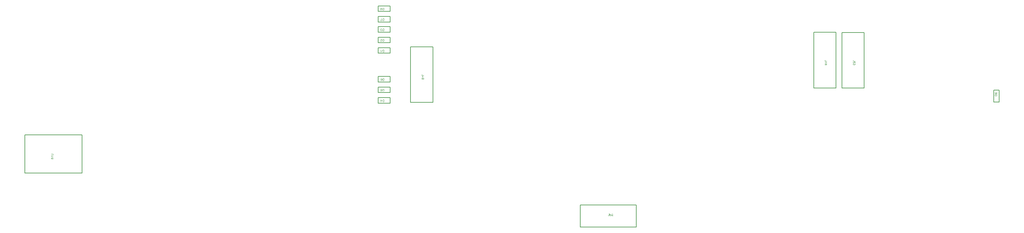
<source format=gbr>
%TF.GenerationSoftware,Altium Limited,Altium Designer,26.1.1 (7)*%
G04 Layer_Color=8388736*
%FSLAX43Y43*%
%MOMM*%
%TF.SameCoordinates,F910D8A4-5627-44EB-A571-6FFAAA827985*%
%TF.FilePolarity,Positive*%
%TF.FileFunction,Other,Mechanical_10*%
%TF.Part,Single*%
G01*
G75*
%TA.AperFunction,NonConductor*%
%ADD96C,0.200*%
G36*
X114191Y47441D02*
X114190D01*
X114189D01*
X114185D01*
X114179Y47440D01*
X114174Y47440D01*
X114167D01*
X114152Y47437D01*
X114135Y47434D01*
X114118Y47428D01*
X114104Y47423D01*
X114097Y47419D01*
X114092Y47415D01*
X114091Y47414D01*
X114088Y47410D01*
X114083Y47404D01*
X114079Y47397D01*
X114073Y47387D01*
X114069Y47376D01*
X114066Y47362D01*
X114065Y47347D01*
Y47342D01*
X114066Y47336D01*
X114067Y47328D01*
X114068Y47319D01*
X114070Y47310D01*
X114074Y47301D01*
X114079Y47292D01*
X114080Y47291D01*
X114081Y47288D01*
X114085Y47284D01*
X114089Y47279D01*
X114095Y47274D01*
X114102Y47269D01*
X114109Y47264D01*
X114118Y47260D01*
X114119D01*
X114123Y47258D01*
X114129Y47257D01*
X114138Y47256D01*
X114149Y47254D01*
X114163Y47253D01*
X114179Y47251D01*
X114199D01*
X114640D01*
Y47166D01*
X114203D01*
X114202D01*
X114200D01*
X114196D01*
X114190D01*
X114183Y47167D01*
X114176D01*
X114158Y47169D01*
X114138Y47171D01*
X114116Y47174D01*
X114097Y47180D01*
X114079Y47186D01*
X114078D01*
X114077Y47187D01*
X114071Y47190D01*
X114064Y47195D01*
X114054Y47201D01*
X114043Y47210D01*
X114032Y47220D01*
X114021Y47233D01*
X114012Y47248D01*
X114011Y47250D01*
X114008Y47256D01*
X114005Y47264D01*
X114001Y47276D01*
X113996Y47291D01*
X113993Y47307D01*
X113990Y47326D01*
X113989Y47346D01*
Y47354D01*
X113990Y47360D01*
X113991Y47367D01*
X113992Y47375D01*
X113995Y47394D01*
X114001Y47415D01*
X114009Y47436D01*
X114015Y47447D01*
X114021Y47457D01*
X114029Y47466D01*
X114037Y47476D01*
X114038Y47477D01*
X114039Y47477D01*
X114043Y47479D01*
X114046Y47482D01*
X114051Y47486D01*
X114057Y47489D01*
X114065Y47493D01*
X114073Y47498D01*
X114082Y47502D01*
X114093Y47505D01*
X114104Y47509D01*
X114117Y47513D01*
X114131Y47514D01*
X114147Y47517D01*
X114163Y47518D01*
X114180D01*
X114191Y47441D01*
D02*
G37*
G36*
X114640Y46793D02*
Y46729D01*
X114226D01*
Y46643D01*
X114153D01*
Y46729D01*
X114000D01*
Y46808D01*
X114153D01*
Y47086D01*
X114226D01*
X114640Y46793D01*
D02*
G37*
G36*
X114442Y46561D02*
X114450Y46560D01*
X114460Y46559D01*
X114471Y46558D01*
X114483Y46555D01*
X114507Y46548D01*
X114520Y46544D01*
X114533Y46538D01*
X114546Y46532D01*
X114558Y46523D01*
X114571Y46515D01*
X114582Y46505D01*
X114583Y46504D01*
X114585Y46502D01*
X114588Y46499D01*
X114592Y46495D01*
X114596Y46489D01*
X114602Y46482D01*
X114607Y46474D01*
X114613Y46465D01*
X114619Y46456D01*
X114623Y46445D01*
X114633Y46420D01*
X114637Y46407D01*
X114640Y46392D01*
X114642Y46377D01*
X114643Y46362D01*
Y46355D01*
X114642Y46350D01*
Y46346D01*
X114641Y46339D01*
X114638Y46324D01*
X114634Y46306D01*
X114628Y46287D01*
X114619Y46267D01*
X114608Y46248D01*
Y46247D01*
X114607Y46246D01*
X114605Y46243D01*
X114602Y46239D01*
X114594Y46230D01*
X114584Y46218D01*
X114570Y46206D01*
X114554Y46192D01*
X114534Y46180D01*
X114512Y46169D01*
X114511D01*
X114509Y46168D01*
X114506Y46166D01*
X114501Y46165D01*
X114495Y46163D01*
X114486Y46160D01*
X114477Y46158D01*
X114467Y46155D01*
X114455Y46153D01*
X114441Y46150D01*
X114426Y46148D01*
X114410Y46146D01*
X114393Y46144D01*
X114374Y46142D01*
X114354Y46141D01*
X114333D01*
X114332D01*
X114327D01*
X114321D01*
X114312D01*
X114302Y46142D01*
X114290D01*
X114276Y46143D01*
X114263Y46145D01*
X114231Y46148D01*
X114198Y46153D01*
X114166Y46159D01*
X114151Y46164D01*
X114137Y46168D01*
X114136D01*
X114134Y46169D01*
X114130Y46171D01*
X114125Y46173D01*
X114119Y46176D01*
X114112Y46179D01*
X114096Y46189D01*
X114079Y46200D01*
X114060Y46213D01*
X114043Y46229D01*
X114027Y46248D01*
Y46249D01*
X114025Y46251D01*
X114023Y46253D01*
X114021Y46257D01*
X114018Y46263D01*
X114015Y46268D01*
X114011Y46276D01*
X114008Y46283D01*
X114001Y46300D01*
X113994Y46322D01*
X113991Y46345D01*
X113989Y46371D01*
Y46378D01*
X113990Y46383D01*
Y46389D01*
X113991Y46397D01*
X113994Y46414D01*
X113999Y46434D01*
X114006Y46454D01*
X114017Y46474D01*
X114023Y46484D01*
X114031Y46494D01*
X114031Y46495D01*
X114032Y46496D01*
X114035Y46498D01*
X114038Y46501D01*
X114043Y46505D01*
X114048Y46509D01*
X114061Y46519D01*
X114078Y46528D01*
X114098Y46537D01*
X114121Y46545D01*
X114148Y46550D01*
X114154Y46474D01*
X114153D01*
X114152Y46473D01*
X114150D01*
X114146Y46472D01*
X114136Y46470D01*
X114125Y46466D01*
X114112Y46461D01*
X114099Y46455D01*
X114087Y46448D01*
X114077Y46438D01*
X114076Y46437D01*
X114073Y46434D01*
X114069Y46427D01*
X114066Y46420D01*
X114061Y46410D01*
X114057Y46398D01*
X114055Y46384D01*
X114054Y46369D01*
Y46362D01*
X114055Y46356D01*
X114055Y46348D01*
X114057Y46337D01*
X114060Y46327D01*
X114064Y46316D01*
X114069Y46306D01*
X114070Y46305D01*
X114072Y46301D01*
X114076Y46296D01*
X114081Y46290D01*
X114088Y46283D01*
X114095Y46276D01*
X114104Y46268D01*
X114114Y46261D01*
X114115Y46260D01*
X114119Y46258D01*
X114126Y46254D01*
X114134Y46251D01*
X114145Y46246D01*
X114158Y46241D01*
X114173Y46237D01*
X114190Y46232D01*
X114190D01*
X114191Y46231D01*
X114194D01*
X114198Y46230D01*
X114207Y46228D01*
X114219Y46226D01*
X114234Y46224D01*
X114250Y46222D01*
X114267Y46221D01*
X114286Y46220D01*
X114287D01*
X114289D01*
X114294D01*
X114301D01*
X114300Y46221D01*
X114295Y46225D01*
X114288Y46230D01*
X114279Y46237D01*
X114270Y46246D01*
X114260Y46257D01*
X114250Y46270D01*
X114240Y46285D01*
X114239Y46287D01*
X114237Y46292D01*
X114233Y46300D01*
X114229Y46311D01*
X114225Y46325D01*
X114221Y46339D01*
X114218Y46356D01*
X114217Y46374D01*
Y46381D01*
X114218Y46386D01*
X114219Y46394D01*
X114220Y46401D01*
X114222Y46411D01*
X114225Y46420D01*
X114231Y46441D01*
X114236Y46452D01*
X114241Y46463D01*
X114248Y46475D01*
X114256Y46486D01*
X114264Y46497D01*
X114275Y46508D01*
X114276Y46509D01*
X114277Y46510D01*
X114280Y46512D01*
X114285Y46516D01*
X114291Y46521D01*
X114298Y46525D01*
X114306Y46530D01*
X114315Y46534D01*
X114325Y46540D01*
X114337Y46545D01*
X114349Y46549D01*
X114362Y46554D01*
X114377Y46558D01*
X114393Y46559D01*
X114409Y46561D01*
X114426Y46562D01*
X114427D01*
X114431D01*
X114435D01*
X114442Y46561D01*
D02*
G37*
G36*
X102578Y60553D02*
X102585Y60552D01*
X102593Y60551D01*
X102603Y60549D01*
X102613Y60547D01*
X102635Y60542D01*
X102658Y60533D01*
X102670Y60527D01*
X102681Y60520D01*
X102692Y60512D01*
X102703Y60504D01*
X102704Y60503D01*
X102706Y60501D01*
X102709Y60498D01*
X102712Y60495D01*
X102716Y60490D01*
X102721Y60484D01*
X102726Y60477D01*
X102732Y60469D01*
X102737Y60459D01*
X102743Y60450D01*
X102753Y60428D01*
X102762Y60402D01*
X102764Y60388D01*
X102766Y60373D01*
X102688Y60363D01*
Y60364D01*
X102687Y60366D01*
X102686Y60370D01*
X102685Y60374D01*
X102684Y60380D01*
X102682Y60386D01*
X102677Y60400D01*
X102671Y60417D01*
X102663Y60433D01*
X102653Y60447D01*
X102642Y60460D01*
X102640Y60461D01*
X102637Y60465D01*
X102629Y60470D01*
X102620Y60474D01*
X102609Y60480D01*
X102595Y60484D01*
X102579Y60488D01*
X102563Y60489D01*
X102557D01*
X102553Y60488D01*
X102543Y60487D01*
X102530Y60484D01*
X102516Y60480D01*
X102500Y60473D01*
X102484Y60464D01*
X102469Y60451D01*
X102468Y60449D01*
X102463Y60444D01*
X102457Y60435D01*
X102450Y60424D01*
X102443Y60410D01*
X102437Y60395D01*
X102432Y60376D01*
X102431Y60356D01*
Y60355D01*
Y60353D01*
Y60350D01*
X102431Y60347D01*
X102432Y60336D01*
X102435Y60324D01*
X102439Y60310D01*
X102445Y60295D01*
X102455Y60280D01*
X102467Y60266D01*
X102468Y60264D01*
X102473Y60261D01*
X102480Y60255D01*
X102491Y60249D01*
X102504Y60242D01*
X102519Y60237D01*
X102537Y60233D01*
X102556Y60231D01*
X102565D01*
X102571Y60232D01*
X102579Y60233D01*
X102589Y60235D01*
X102600Y60237D01*
X102612Y60239D01*
X102603Y60170D01*
X102598D01*
X102594Y60171D01*
X102582D01*
X102572Y60169D01*
X102560Y60167D01*
X102546Y60165D01*
X102530Y60160D01*
X102516Y60153D01*
X102500Y60145D01*
X102499D01*
X102498Y60144D01*
X102493Y60140D01*
X102487Y60134D01*
X102480Y60126D01*
X102472Y60114D01*
X102466Y60100D01*
X102461Y60084D01*
X102459Y60075D01*
Y60065D01*
Y60064D01*
Y60063D01*
Y60057D01*
X102461Y60050D01*
X102463Y60040D01*
X102467Y60029D01*
X102471Y60017D01*
X102479Y60005D01*
X102489Y59993D01*
X102490Y59993D01*
X102494Y59989D01*
X102501Y59984D01*
X102509Y59979D01*
X102520Y59974D01*
X102533Y59969D01*
X102548Y59966D01*
X102565Y59965D01*
X102572D01*
X102580Y59967D01*
X102591Y59969D01*
X102603Y59972D01*
X102615Y59977D01*
X102628Y59984D01*
X102640Y59993D01*
X102641Y59994D01*
X102645Y59999D01*
X102651Y60006D01*
X102657Y60015D01*
X102664Y60027D01*
X102670Y60042D01*
X102676Y60059D01*
X102679Y60079D01*
X102758Y60066D01*
Y60065D01*
X102757Y60062D01*
X102756Y60058D01*
X102755Y60053D01*
X102753Y60046D01*
X102750Y60039D01*
X102745Y60021D01*
X102736Y60001D01*
X102725Y59981D01*
X102711Y59961D01*
X102693Y59944D01*
X102692Y59943D01*
X102690Y59942D01*
X102688Y59940D01*
X102684Y59937D01*
X102679Y59933D01*
X102673Y59930D01*
X102666Y59926D01*
X102658Y59921D01*
X102639Y59914D01*
X102618Y59907D01*
X102593Y59902D01*
X102580Y59900D01*
X102557D01*
X102547Y59901D01*
X102535Y59903D01*
X102520Y59906D01*
X102504Y59910D01*
X102487Y59916D01*
X102470Y59923D01*
X102469D01*
X102468Y59924D01*
X102463Y59927D01*
X102455Y59932D01*
X102445Y59939D01*
X102434Y59948D01*
X102423Y59958D01*
X102412Y59970D01*
X102403Y59984D01*
X102402Y59986D01*
X102399Y59991D01*
X102395Y59999D01*
X102391Y60009D01*
X102386Y60021D01*
X102382Y60035D01*
X102380Y60051D01*
X102379Y60067D01*
Y60068D01*
Y60074D01*
X102380Y60081D01*
X102382Y60091D01*
X102384Y60104D01*
X102389Y60116D01*
X102394Y60129D01*
X102402Y60142D01*
X102403Y60144D01*
X102406Y60148D01*
X102411Y60154D01*
X102419Y60162D01*
X102428Y60170D01*
X102439Y60179D01*
X102452Y60188D01*
X102468Y60196D01*
X102467D01*
X102465Y60197D01*
X102462Y60198D01*
X102458Y60199D01*
X102448Y60202D01*
X102435Y60208D01*
X102420Y60215D01*
X102406Y60225D01*
X102392Y60237D01*
X102379Y60251D01*
X102378Y60252D01*
X102374Y60258D01*
X102369Y60267D01*
X102363Y60279D01*
X102357Y60294D01*
X102352Y60312D01*
X102348Y60332D01*
X102347Y60354D01*
Y60355D01*
Y60358D01*
Y60362D01*
X102348Y60368D01*
X102349Y60375D01*
X102351Y60384D01*
X102353Y60393D01*
X102355Y60403D01*
X102362Y60425D01*
X102368Y60437D01*
X102373Y60448D01*
X102381Y60460D01*
X102389Y60472D01*
X102398Y60484D01*
X102409Y60496D01*
X102410Y60496D01*
X102412Y60498D01*
X102416Y60501D01*
X102420Y60505D01*
X102426Y60509D01*
X102433Y60514D01*
X102442Y60520D01*
X102452Y60524D01*
X102462Y60530D01*
X102474Y60535D01*
X102486Y60540D01*
X102500Y60545D01*
X102515Y60548D01*
X102530Y60551D01*
X102546Y60553D01*
X102564Y60554D01*
X102572D01*
X102578Y60553D01*
D02*
G37*
G36*
X103380Y59903D02*
X103134D01*
X103117Y59904D01*
X103099Y59905D01*
X103080Y59907D01*
X103062Y59909D01*
X103046Y59912D01*
X103045D01*
X103044Y59913D01*
X103041D01*
X103037Y59915D01*
X103027Y59918D01*
X103014Y59922D01*
X102999Y59929D01*
X102983Y59937D01*
X102968Y59946D01*
X102953Y59958D01*
X102952Y59959D01*
X102951Y59960D01*
X102948Y59963D01*
X102945Y59966D01*
X102935Y59975D01*
X102924Y59988D01*
X102912Y60004D01*
X102899Y60022D01*
X102887Y60043D01*
X102877Y60067D01*
Y60068D01*
X102876Y60070D01*
X102874Y60074D01*
X102873Y60079D01*
X102871Y60086D01*
X102869Y60093D01*
X102867Y60102D01*
X102864Y60112D01*
X102861Y60122D01*
X102860Y60134D01*
X102855Y60160D01*
X102852Y60189D01*
X102851Y60220D01*
Y60221D01*
Y60223D01*
Y60227D01*
Y60232D01*
X102852Y60238D01*
Y60246D01*
X102853Y60263D01*
X102856Y60284D01*
X102859Y60305D01*
X102863Y60327D01*
X102869Y60349D01*
Y60350D01*
X102870Y60352D01*
X102871Y60355D01*
X102872Y60359D01*
X102875Y60369D01*
X102881Y60382D01*
X102886Y60397D01*
X102894Y60411D01*
X102903Y60427D01*
X102912Y60442D01*
X102913Y60444D01*
X102917Y60448D01*
X102922Y60455D01*
X102930Y60463D01*
X102938Y60472D01*
X102948Y60482D01*
X102958Y60492D01*
X102970Y60500D01*
X102972Y60501D01*
X102976Y60504D01*
X102982Y60508D01*
X102992Y60512D01*
X103003Y60518D01*
X103016Y60522D01*
X103031Y60528D01*
X103047Y60533D01*
X103049D01*
X103052Y60533D01*
X103055Y60534D01*
X103064Y60535D01*
X103077Y60537D01*
X103092Y60539D01*
X103109Y60541D01*
X103129Y60542D01*
X103150Y60543D01*
X103380D01*
Y59903D01*
D02*
G37*
G36*
Y56914D02*
X103134D01*
X103117Y56915D01*
X103099Y56916D01*
X103080Y56918D01*
X103062Y56920D01*
X103046Y56923D01*
X103045D01*
X103044Y56924D01*
X103041D01*
X103037Y56926D01*
X103027Y56929D01*
X103014Y56933D01*
X102999Y56940D01*
X102983Y56948D01*
X102968Y56957D01*
X102953Y56969D01*
X102952Y56970D01*
X102951Y56971D01*
X102948Y56974D01*
X102945Y56977D01*
X102935Y56986D01*
X102924Y56999D01*
X102912Y57015D01*
X102899Y57033D01*
X102887Y57055D01*
X102877Y57079D01*
Y57079D01*
X102876Y57081D01*
X102874Y57085D01*
X102873Y57091D01*
X102871Y57097D01*
X102869Y57104D01*
X102867Y57113D01*
X102864Y57123D01*
X102861Y57133D01*
X102860Y57145D01*
X102855Y57171D01*
X102852Y57200D01*
X102851Y57231D01*
Y57232D01*
Y57234D01*
Y57238D01*
Y57243D01*
X102852Y57250D01*
Y57257D01*
X102853Y57275D01*
X102856Y57295D01*
X102859Y57316D01*
X102863Y57338D01*
X102869Y57361D01*
Y57361D01*
X102870Y57363D01*
X102871Y57366D01*
X102872Y57370D01*
X102875Y57380D01*
X102881Y57393D01*
X102886Y57408D01*
X102894Y57422D01*
X102903Y57438D01*
X102912Y57453D01*
X102913Y57455D01*
X102917Y57459D01*
X102922Y57466D01*
X102930Y57474D01*
X102938Y57484D01*
X102948Y57493D01*
X102958Y57503D01*
X102970Y57511D01*
X102972Y57512D01*
X102976Y57515D01*
X102982Y57519D01*
X102992Y57523D01*
X103003Y57529D01*
X103016Y57533D01*
X103031Y57539D01*
X103047Y57544D01*
X103049D01*
X103052Y57545D01*
X103055Y57545D01*
X103064Y57546D01*
X103077Y57548D01*
X103092Y57550D01*
X103109Y57552D01*
X103129Y57553D01*
X103150Y57554D01*
X103380D01*
Y56914D01*
D02*
G37*
G36*
X102778Y57553D02*
Y57549D01*
Y57544D01*
X102777Y57536D01*
X102776Y57528D01*
X102774Y57519D01*
X102773Y57509D01*
X102769Y57499D01*
Y57498D01*
X102768Y57497D01*
X102766Y57492D01*
X102762Y57484D01*
X102757Y57472D01*
X102750Y57459D01*
X102740Y57445D01*
X102730Y57430D01*
X102717Y57414D01*
Y57413D01*
X102715Y57412D01*
X102711Y57407D01*
X102702Y57398D01*
X102690Y57386D01*
X102676Y57373D01*
X102659Y57356D01*
X102638Y57337D01*
X102615Y57318D01*
X102614Y57317D01*
X102610Y57314D01*
X102604Y57310D01*
X102598Y57304D01*
X102590Y57297D01*
X102579Y57288D01*
X102569Y57279D01*
X102557Y57269D01*
X102534Y57247D01*
X102511Y57225D01*
X102500Y57214D01*
X102490Y57202D01*
X102480Y57192D01*
X102473Y57182D01*
Y57181D01*
X102471Y57180D01*
X102469Y57177D01*
X102468Y57174D01*
X102461Y57164D01*
X102454Y57152D01*
X102447Y57137D01*
X102441Y57121D01*
X102437Y57104D01*
X102435Y57087D01*
Y57086D01*
Y57085D01*
X102436Y57079D01*
X102437Y57070D01*
X102440Y57060D01*
X102443Y57047D01*
X102450Y57034D01*
X102458Y57021D01*
X102469Y57008D01*
X102471Y57006D01*
X102476Y57003D01*
X102482Y56998D01*
X102492Y56992D01*
X102505Y56986D01*
X102520Y56981D01*
X102538Y56977D01*
X102557Y56976D01*
X102563D01*
X102566Y56977D01*
X102578Y56978D01*
X102590Y56981D01*
X102604Y56984D01*
X102620Y56991D01*
X102635Y56999D01*
X102649Y57010D01*
X102651Y57012D01*
X102654Y57017D01*
X102660Y57024D01*
X102665Y57035D01*
X102672Y57048D01*
X102677Y57065D01*
X102681Y57083D01*
X102683Y57104D01*
X102763Y57096D01*
Y57095D01*
X102762Y57092D01*
Y57088D01*
X102762Y57081D01*
X102760Y57074D01*
X102758Y57066D01*
X102755Y57055D01*
X102752Y57045D01*
X102745Y57023D01*
X102734Y57001D01*
X102727Y56990D01*
X102719Y56979D01*
X102711Y56969D01*
X102701Y56959D01*
X102701Y56958D01*
X102699Y56957D01*
X102696Y56955D01*
X102691Y56952D01*
X102686Y56948D01*
X102679Y56944D01*
X102672Y56940D01*
X102663Y56935D01*
X102652Y56931D01*
X102641Y56926D01*
X102629Y56922D01*
X102616Y56919D01*
X102603Y56916D01*
X102588Y56913D01*
X102572Y56912D01*
X102555Y56911D01*
X102546D01*
X102540Y56912D01*
X102532Y56913D01*
X102523Y56914D01*
X102513Y56916D01*
X102503Y56918D01*
X102479Y56924D01*
X102455Y56933D01*
X102443Y56939D01*
X102431Y56945D01*
X102419Y56954D01*
X102409Y56963D01*
X102408Y56964D01*
X102407Y56965D01*
X102405Y56969D01*
X102401Y56972D01*
X102396Y56977D01*
X102392Y56983D01*
X102387Y56990D01*
X102382Y56998D01*
X102372Y57016D01*
X102363Y57038D01*
X102359Y57049D01*
X102357Y57062D01*
X102356Y57075D01*
X102355Y57089D01*
Y57091D01*
Y57095D01*
X102356Y57103D01*
X102357Y57113D01*
X102358Y57124D01*
X102362Y57137D01*
X102366Y57151D01*
X102371Y57165D01*
X102372Y57166D01*
X102374Y57171D01*
X102378Y57178D01*
X102383Y57189D01*
X102391Y57200D01*
X102400Y57214D01*
X102411Y57227D01*
X102424Y57243D01*
X102426Y57245D01*
X102431Y57251D01*
X102435Y57255D01*
X102440Y57260D01*
X102445Y57265D01*
X102453Y57273D01*
X102460Y57280D01*
X102469Y57288D01*
X102479Y57298D01*
X102490Y57308D01*
X102502Y57318D01*
X102515Y57330D01*
X102529Y57342D01*
X102544Y57355D01*
X102545Y57356D01*
X102547Y57358D01*
X102551Y57361D01*
X102555Y57364D01*
X102561Y57370D01*
X102567Y57375D01*
X102582Y57387D01*
X102598Y57401D01*
X102613Y57415D01*
X102626Y57427D01*
X102631Y57432D01*
X102636Y57436D01*
X102637Y57437D01*
X102639Y57440D01*
X102643Y57444D01*
X102648Y57449D01*
X102652Y57456D01*
X102658Y57462D01*
X102669Y57478D01*
X102354D01*
Y57554D01*
X102778D01*
Y57553D01*
D02*
G37*
G36*
X102588Y66442D02*
X102594D01*
X102602Y66441D01*
X102619Y66437D01*
X102639Y66433D01*
X102659Y66425D01*
X102679Y66415D01*
X102689Y66408D01*
X102699Y66401D01*
X102700Y66400D01*
X102701Y66399D01*
X102703Y66396D01*
X102706Y66394D01*
X102710Y66389D01*
X102714Y66384D01*
X102724Y66371D01*
X102733Y66354D01*
X102742Y66334D01*
X102750Y66310D01*
X102755Y66284D01*
X102679Y66277D01*
Y66278D01*
X102678Y66280D01*
Y66282D01*
X102677Y66286D01*
X102675Y66296D01*
X102671Y66307D01*
X102666Y66320D01*
X102660Y66333D01*
X102652Y66345D01*
X102643Y66355D01*
X102642Y66356D01*
X102639Y66359D01*
X102632Y66362D01*
X102625Y66366D01*
X102615Y66371D01*
X102603Y66374D01*
X102589Y66377D01*
X102574Y66378D01*
X102567D01*
X102561Y66377D01*
X102553Y66376D01*
X102542Y66374D01*
X102532Y66371D01*
X102521Y66368D01*
X102511Y66362D01*
X102510Y66361D01*
X102506Y66359D01*
X102501Y66356D01*
X102495Y66350D01*
X102488Y66344D01*
X102480Y66336D01*
X102473Y66328D01*
X102466Y66318D01*
X102465Y66317D01*
X102463Y66312D01*
X102459Y66306D01*
X102455Y66298D01*
X102451Y66286D01*
X102446Y66273D01*
X102442Y66259D01*
X102437Y66242D01*
Y66241D01*
X102436Y66240D01*
Y66237D01*
X102435Y66234D01*
X102433Y66224D01*
X102431Y66212D01*
X102429Y66198D01*
X102427Y66182D01*
X102426Y66164D01*
X102425Y66146D01*
Y66145D01*
Y66142D01*
Y66138D01*
Y66130D01*
X102426Y66132D01*
X102430Y66137D01*
X102435Y66143D01*
X102442Y66152D01*
X102451Y66162D01*
X102462Y66172D01*
X102475Y66182D01*
X102490Y66191D01*
X102492Y66192D01*
X102497Y66195D01*
X102505Y66199D01*
X102516Y66202D01*
X102529Y66207D01*
X102544Y66211D01*
X102561Y66213D01*
X102578Y66214D01*
X102586D01*
X102591Y66213D01*
X102599Y66212D01*
X102606Y66212D01*
X102615Y66210D01*
X102625Y66207D01*
X102646Y66200D01*
X102657Y66196D01*
X102668Y66190D01*
X102680Y66184D01*
X102691Y66175D01*
X102702Y66167D01*
X102713Y66157D01*
X102713Y66156D01*
X102715Y66154D01*
X102717Y66151D01*
X102721Y66147D01*
X102725Y66140D01*
X102730Y66134D01*
X102735Y66126D01*
X102739Y66116D01*
X102745Y66106D01*
X102750Y66095D01*
X102754Y66082D01*
X102759Y66069D01*
X102762Y66054D01*
X102764Y66039D01*
X102766Y66023D01*
X102767Y66005D01*
Y66004D01*
Y66001D01*
Y65996D01*
X102766Y65990D01*
X102765Y65981D01*
X102764Y65971D01*
X102762Y65961D01*
X102760Y65949D01*
X102753Y65925D01*
X102749Y65912D01*
X102743Y65898D01*
X102737Y65885D01*
X102728Y65873D01*
X102720Y65860D01*
X102710Y65849D01*
X102709Y65848D01*
X102707Y65846D01*
X102704Y65844D01*
X102700Y65840D01*
X102694Y65835D01*
X102687Y65830D01*
X102679Y65825D01*
X102670Y65819D01*
X102661Y65813D01*
X102650Y65808D01*
X102625Y65798D01*
X102612Y65795D01*
X102597Y65792D01*
X102582Y65790D01*
X102566Y65789D01*
X102560D01*
X102555Y65790D01*
X102551D01*
X102544Y65791D01*
X102529Y65794D01*
X102511Y65797D01*
X102492Y65804D01*
X102472Y65812D01*
X102453Y65823D01*
X102452D01*
X102451Y65825D01*
X102448Y65827D01*
X102444Y65830D01*
X102435Y65837D01*
X102423Y65847D01*
X102411Y65861D01*
X102397Y65878D01*
X102385Y65897D01*
X102374Y65919D01*
Y65920D01*
X102373Y65922D01*
X102371Y65926D01*
X102370Y65930D01*
X102368Y65937D01*
X102365Y65945D01*
X102363Y65955D01*
X102360Y65965D01*
X102357Y65977D01*
X102355Y65991D01*
X102353Y66005D01*
X102351Y66021D01*
X102349Y66039D01*
X102347Y66057D01*
X102346Y66077D01*
Y66099D01*
Y66100D01*
Y66104D01*
Y66111D01*
Y66119D01*
X102347Y66129D01*
Y66141D01*
X102348Y66155D01*
X102350Y66169D01*
X102353Y66200D01*
X102357Y66234D01*
X102364Y66265D01*
X102369Y66281D01*
X102373Y66295D01*
Y66296D01*
X102374Y66298D01*
X102376Y66301D01*
X102378Y66307D01*
X102381Y66312D01*
X102384Y66320D01*
X102394Y66335D01*
X102405Y66353D01*
X102418Y66371D01*
X102434Y66389D01*
X102453Y66405D01*
X102454D01*
X102455Y66407D01*
X102458Y66408D01*
X102462Y66410D01*
X102468Y66413D01*
X102473Y66417D01*
X102480Y66420D01*
X102488Y66423D01*
X102505Y66431D01*
X102527Y66437D01*
X102550Y66441D01*
X102576Y66443D01*
X102583D01*
X102588Y66442D01*
D02*
G37*
G36*
X103380Y65792D02*
X103134D01*
X103117Y65793D01*
X103099Y65794D01*
X103080Y65795D01*
X103062Y65798D01*
X103046Y65801D01*
X103045D01*
X103044Y65802D01*
X103041D01*
X103037Y65804D01*
X103027Y65807D01*
X103014Y65811D01*
X102999Y65818D01*
X102983Y65826D01*
X102968Y65835D01*
X102953Y65847D01*
X102952Y65848D01*
X102951Y65849D01*
X102948Y65852D01*
X102945Y65855D01*
X102935Y65864D01*
X102924Y65877D01*
X102912Y65893D01*
X102899Y65911D01*
X102887Y65932D01*
X102877Y65956D01*
Y65957D01*
X102876Y65959D01*
X102874Y65963D01*
X102873Y65968D01*
X102871Y65975D01*
X102869Y65982D01*
X102867Y65991D01*
X102864Y66001D01*
X102861Y66011D01*
X102860Y66023D01*
X102855Y66049D01*
X102852Y66077D01*
X102851Y66109D01*
Y66110D01*
Y66112D01*
Y66116D01*
Y66121D01*
X102852Y66127D01*
Y66135D01*
X102853Y66152D01*
X102856Y66173D01*
X102859Y66194D01*
X102863Y66216D01*
X102869Y66238D01*
Y66239D01*
X102870Y66241D01*
X102871Y66244D01*
X102872Y66248D01*
X102875Y66258D01*
X102881Y66271D01*
X102886Y66286D01*
X102894Y66300D01*
X102903Y66316D01*
X102912Y66331D01*
X102913Y66333D01*
X102917Y66337D01*
X102922Y66344D01*
X102930Y66352D01*
X102938Y66361D01*
X102948Y66371D01*
X102958Y66381D01*
X102970Y66389D01*
X102972Y66390D01*
X102976Y66393D01*
X102982Y66396D01*
X102992Y66401D01*
X103003Y66407D01*
X103016Y66411D01*
X103031Y66417D01*
X103047Y66421D01*
X103049D01*
X103052Y66422D01*
X103055Y66423D01*
X103064Y66424D01*
X103077Y66426D01*
X103092Y66428D01*
X103109Y66430D01*
X103129Y66431D01*
X103150Y66432D01*
X103380D01*
Y65792D01*
D02*
G37*
G36*
X102672Y63432D02*
Y63429D01*
Y63425D01*
X102671Y63420D01*
Y63412D01*
X102670Y63403D01*
X102669Y63393D01*
X102668Y63382D01*
X102666Y63369D01*
X102664Y63356D01*
X102662Y63340D01*
X102659Y63325D01*
X102656Y63308D01*
X102652Y63290D01*
X102643Y63252D01*
Y63251D01*
X102642Y63247D01*
X102640Y63241D01*
X102638Y63233D01*
X102635Y63224D01*
X102631Y63213D01*
X102627Y63200D01*
X102622Y63186D01*
X102616Y63170D01*
X102611Y63155D01*
X102597Y63119D01*
X102580Y63082D01*
X102562Y63045D01*
X102561Y63044D01*
X102559Y63041D01*
X102556Y63036D01*
X102553Y63029D01*
X102548Y63020D01*
X102541Y63010D01*
X102535Y62999D01*
X102528Y62987D01*
X102510Y62960D01*
X102492Y62933D01*
X102470Y62904D01*
X102448Y62877D01*
X102762D01*
Y62801D01*
X102347D01*
Y62863D01*
X102348Y62864D01*
X102350Y62866D01*
X102354Y62870D01*
X102357Y62875D01*
X102363Y62882D01*
X102370Y62889D01*
X102378Y62898D01*
X102386Y62910D01*
X102394Y62921D01*
X102405Y62934D01*
X102415Y62948D01*
X102425Y62963D01*
X102436Y62980D01*
X102447Y62997D01*
X102458Y63017D01*
X102469Y63036D01*
X102470Y63037D01*
X102472Y63041D01*
X102475Y63046D01*
X102480Y63055D01*
X102484Y63065D01*
X102490Y63076D01*
X102496Y63089D01*
X102503Y63104D01*
X102510Y63120D01*
X102518Y63137D01*
X102526Y63155D01*
X102533Y63175D01*
X102548Y63215D01*
X102562Y63257D01*
Y63258D01*
X102563Y63261D01*
X102564Y63265D01*
X102566Y63271D01*
X102567Y63278D01*
X102569Y63288D01*
X102572Y63298D01*
X102574Y63309D01*
X102577Y63322D01*
X102579Y63336D01*
X102584Y63365D01*
X102589Y63398D01*
X102591Y63433D01*
X102672D01*
Y63432D01*
D02*
G37*
G36*
X103380Y62793D02*
X103134D01*
X103117Y62794D01*
X103099Y62795D01*
X103080Y62797D01*
X103062Y62799D01*
X103046Y62802D01*
X103045D01*
X103044Y62803D01*
X103041D01*
X103037Y62805D01*
X103027Y62808D01*
X103014Y62812D01*
X102999Y62819D01*
X102983Y62827D01*
X102968Y62836D01*
X102953Y62848D01*
X102952Y62849D01*
X102951Y62850D01*
X102948Y62853D01*
X102945Y62856D01*
X102935Y62865D01*
X102924Y62878D01*
X102912Y62894D01*
X102899Y62912D01*
X102887Y62934D01*
X102877Y62958D01*
Y62959D01*
X102876Y62960D01*
X102874Y62964D01*
X102873Y62970D01*
X102871Y62976D01*
X102869Y62983D01*
X102867Y62992D01*
X102864Y63002D01*
X102861Y63012D01*
X102860Y63024D01*
X102855Y63050D01*
X102852Y63079D01*
X102851Y63110D01*
Y63111D01*
Y63113D01*
Y63118D01*
Y63122D01*
X102852Y63129D01*
Y63136D01*
X102853Y63154D01*
X102856Y63174D01*
X102859Y63195D01*
X102863Y63217D01*
X102869Y63240D01*
Y63241D01*
X102870Y63242D01*
X102871Y63245D01*
X102872Y63249D01*
X102875Y63259D01*
X102881Y63272D01*
X102886Y63287D01*
X102894Y63302D01*
X102903Y63317D01*
X102912Y63332D01*
X102913Y63334D01*
X102917Y63339D01*
X102922Y63345D01*
X102930Y63353D01*
X102938Y63363D01*
X102948Y63372D01*
X102958Y63382D01*
X102970Y63390D01*
X102972Y63391D01*
X102976Y63394D01*
X102982Y63398D01*
X102992Y63402D01*
X103003Y63408D01*
X103016Y63412D01*
X103031Y63418D01*
X103047Y63423D01*
X103049D01*
X103052Y63424D01*
X103055Y63424D01*
X103064Y63425D01*
X103077Y63427D01*
X103092Y63429D01*
X103109Y63431D01*
X103129Y63432D01*
X103150Y63433D01*
X103380D01*
Y62793D01*
D02*
G37*
G36*
Y53914D02*
X103134D01*
X103117Y53915D01*
X103099Y53916D01*
X103080Y53918D01*
X103062Y53920D01*
X103046Y53923D01*
X103045D01*
X103044Y53924D01*
X103041D01*
X103037Y53926D01*
X103027Y53929D01*
X103014Y53933D01*
X102999Y53940D01*
X102983Y53948D01*
X102968Y53957D01*
X102953Y53969D01*
X102952Y53970D01*
X102951Y53971D01*
X102948Y53974D01*
X102945Y53977D01*
X102935Y53986D01*
X102924Y53999D01*
X102912Y54015D01*
X102899Y54033D01*
X102887Y54055D01*
X102877Y54079D01*
Y54079D01*
X102876Y54081D01*
X102874Y54085D01*
X102873Y54091D01*
X102871Y54097D01*
X102869Y54104D01*
X102867Y54113D01*
X102864Y54123D01*
X102861Y54133D01*
X102860Y54145D01*
X102855Y54171D01*
X102852Y54200D01*
X102851Y54231D01*
Y54232D01*
Y54234D01*
Y54238D01*
Y54243D01*
X102852Y54250D01*
Y54257D01*
X102853Y54275D01*
X102856Y54295D01*
X102859Y54316D01*
X102863Y54338D01*
X102869Y54361D01*
Y54361D01*
X102870Y54363D01*
X102871Y54366D01*
X102872Y54370D01*
X102875Y54380D01*
X102881Y54393D01*
X102886Y54408D01*
X102894Y54422D01*
X102903Y54438D01*
X102912Y54453D01*
X102913Y54455D01*
X102917Y54459D01*
X102922Y54466D01*
X102930Y54474D01*
X102938Y54484D01*
X102948Y54493D01*
X102958Y54503D01*
X102970Y54511D01*
X102972Y54512D01*
X102976Y54515D01*
X102982Y54519D01*
X102992Y54523D01*
X103003Y54529D01*
X103016Y54533D01*
X103031Y54539D01*
X103047Y54544D01*
X103049D01*
X103052Y54545D01*
X103055Y54545D01*
X103064Y54546D01*
X103077Y54548D01*
X103092Y54550D01*
X103109Y54552D01*
X103129Y54553D01*
X103150Y54554D01*
X103380D01*
Y53914D01*
D02*
G37*
G36*
X102550Y54054D02*
X102551Y54055D01*
X102555Y54058D01*
X102561Y54064D01*
X102570Y54070D01*
X102580Y54079D01*
X102593Y54088D01*
X102608Y54098D01*
X102625Y54108D01*
X102626D01*
X102627Y54109D01*
X102632Y54113D01*
X102641Y54117D01*
X102652Y54123D01*
X102665Y54129D01*
X102679Y54136D01*
X102693Y54142D01*
X102707Y54148D01*
Y54072D01*
X102706D01*
X102704Y54070D01*
X102701Y54069D01*
X102696Y54067D01*
X102690Y54064D01*
X102684Y54060D01*
X102668Y54051D01*
X102650Y54041D01*
X102631Y54028D01*
X102612Y54013D01*
X102592Y53997D01*
X102591Y53996D01*
X102590Y53995D01*
X102588Y53993D01*
X102584Y53990D01*
X102576Y53981D01*
X102565Y53969D01*
X102553Y53957D01*
X102541Y53942D01*
X102531Y53927D01*
X102522Y53911D01*
X102471D01*
Y54554D01*
X102550D01*
Y54054D01*
D02*
G37*
G36*
X102602Y43403D02*
X102609Y43402D01*
X102617Y43401D01*
X102628Y43400D01*
X102638Y43397D01*
X102661Y43392D01*
X102684Y43384D01*
X102696Y43378D01*
X102708Y43372D01*
X102719Y43364D01*
X102730Y43356D01*
X102731Y43355D01*
X102733Y43354D01*
X102735Y43350D01*
X102738Y43347D01*
X102743Y43342D01*
X102748Y43336D01*
X102753Y43329D01*
X102758Y43321D01*
X102763Y43312D01*
X102769Y43302D01*
X102779Y43280D01*
X102787Y43254D01*
X102790Y43240D01*
X102792Y43225D01*
X102710Y43219D01*
Y43220D01*
Y43222D01*
X102709Y43225D01*
X102708Y43229D01*
X102705Y43239D01*
X102701Y43253D01*
X102696Y43267D01*
X102689Y43283D01*
X102679Y43297D01*
X102668Y43310D01*
X102666Y43311D01*
X102663Y43314D01*
X102655Y43319D01*
X102645Y43324D01*
X102634Y43330D01*
X102620Y43335D01*
X102604Y43338D01*
X102587Y43339D01*
X102581D01*
X102578Y43338D01*
X102566Y43337D01*
X102554Y43334D01*
X102538Y43329D01*
X102522Y43322D01*
X102505Y43311D01*
X102498Y43304D01*
X102491Y43297D01*
X102490Y43296D01*
X102489Y43295D01*
X102487Y43292D01*
X102484Y43289D01*
X102478Y43279D01*
X102470Y43266D01*
X102464Y43250D01*
X102457Y43231D01*
X102453Y43208D01*
X102451Y43196D01*
Y43183D01*
Y43182D01*
Y43180D01*
Y43176D01*
X102452Y43172D01*
Y43166D01*
X102453Y43160D01*
X102456Y43145D01*
X102460Y43127D01*
X102467Y43110D01*
X102476Y43093D01*
X102489Y43078D01*
Y43077D01*
X102491Y43076D01*
X102495Y43071D01*
X102504Y43065D01*
X102515Y43057D01*
X102530Y43051D01*
X102546Y43044D01*
X102566Y43040D01*
X102577Y43038D01*
X102594D01*
X102602Y43039D01*
X102611Y43040D01*
X102622Y43042D01*
X102633Y43045D01*
X102645Y43050D01*
X102657Y43055D01*
X102658Y43056D01*
X102662Y43058D01*
X102667Y43063D01*
X102675Y43067D01*
X102682Y43074D01*
X102689Y43082D01*
X102698Y43090D01*
X102704Y43101D01*
X102778Y43090D01*
X102716Y42761D01*
X102398D01*
Y42836D01*
X102654D01*
X102689Y43009D01*
X102688Y43008D01*
X102686Y43007D01*
X102683Y43005D01*
X102678Y43003D01*
X102673Y43000D01*
X102666Y42996D01*
X102652Y42989D01*
X102633Y42981D01*
X102613Y42975D01*
X102591Y42970D01*
X102579Y42968D01*
X102559D01*
X102554Y42969D01*
X102546Y42970D01*
X102538Y42971D01*
X102529Y42973D01*
X102518Y42976D01*
X102496Y42982D01*
X102484Y42987D01*
X102472Y42993D01*
X102460Y43000D01*
X102448Y43007D01*
X102437Y43017D01*
X102426Y43027D01*
X102425Y43028D01*
X102423Y43029D01*
X102420Y43032D01*
X102417Y43037D01*
X102412Y43043D01*
X102407Y43050D01*
X102402Y43058D01*
X102396Y43067D01*
X102392Y43078D01*
X102386Y43089D01*
X102382Y43102D01*
X102377Y43115D01*
X102373Y43128D01*
X102370Y43144D01*
X102369Y43160D01*
X102368Y43176D01*
Y43177D01*
Y43180D01*
Y43185D01*
X102369Y43191D01*
X102370Y43199D01*
X102370Y43207D01*
X102372Y43217D01*
X102374Y43227D01*
X102380Y43251D01*
X102389Y43276D01*
X102395Y43289D01*
X102402Y43301D01*
X102409Y43314D01*
X102419Y43326D01*
X102419Y43327D01*
X102421Y43330D01*
X102425Y43334D01*
X102430Y43338D01*
X102436Y43344D01*
X102444Y43351D01*
X102453Y43358D01*
X102463Y43365D01*
X102474Y43372D01*
X102487Y43379D01*
X102501Y43385D01*
X102516Y43392D01*
X102531Y43397D01*
X102549Y43400D01*
X102567Y43403D01*
X102587Y43404D01*
X102595D01*
X102602Y43403D01*
D02*
G37*
G36*
X103405Y42753D02*
X103159D01*
X103142Y42754D01*
X103124Y42755D01*
X103105Y42757D01*
X103087Y42760D01*
X103071Y42762D01*
X103070D01*
X103069Y42763D01*
X103066D01*
X103062Y42765D01*
X103052Y42768D01*
X103039Y42772D01*
X103024Y42779D01*
X103008Y42787D01*
X102993Y42796D01*
X102978Y42809D01*
X102977Y42809D01*
X102976Y42810D01*
X102973Y42813D01*
X102970Y42816D01*
X102960Y42825D01*
X102949Y42838D01*
X102937Y42854D01*
X102924Y42872D01*
X102912Y42894D01*
X102902Y42918D01*
Y42919D01*
X102901Y42920D01*
X102899Y42924D01*
X102898Y42930D01*
X102896Y42936D01*
X102894Y42943D01*
X102892Y42952D01*
X102889Y42962D01*
X102886Y42972D01*
X102885Y42984D01*
X102880Y43010D01*
X102877Y43039D01*
X102876Y43070D01*
Y43071D01*
Y43073D01*
Y43078D01*
Y43082D01*
X102877Y43089D01*
Y43096D01*
X102878Y43114D01*
X102881Y43134D01*
X102884Y43155D01*
X102888Y43177D01*
X102894Y43200D01*
Y43201D01*
X102895Y43202D01*
X102896Y43205D01*
X102897Y43209D01*
X102900Y43219D01*
X102906Y43232D01*
X102911Y43247D01*
X102919Y43262D01*
X102928Y43277D01*
X102937Y43292D01*
X102938Y43294D01*
X102942Y43299D01*
X102947Y43305D01*
X102955Y43313D01*
X102963Y43323D01*
X102973Y43332D01*
X102983Y43342D01*
X102995Y43350D01*
X102997Y43351D01*
X103001Y43354D01*
X103007Y43358D01*
X103017Y43362D01*
X103028Y43368D01*
X103041Y43372D01*
X103056Y43378D01*
X103072Y43383D01*
X103074D01*
X103077Y43384D01*
X103080Y43385D01*
X103089Y43385D01*
X103102Y43387D01*
X103117Y43389D01*
X103134Y43391D01*
X103154Y43392D01*
X103175Y43393D01*
X103405D01*
Y42753D01*
D02*
G37*
G36*
X102583Y46403D02*
X102591D01*
X102599Y46402D01*
X102608Y46400D01*
X102619Y46397D01*
X102630Y46395D01*
X102643Y46391D01*
X102656Y46386D01*
X102669Y46381D01*
X102683Y46373D01*
X102696Y46365D01*
X102709Y46356D01*
X102722Y46345D01*
X102734Y46332D01*
X102735Y46331D01*
X102737Y46328D01*
X102739Y46324D01*
X102743Y46318D01*
X102749Y46310D01*
X102753Y46300D01*
X102759Y46288D01*
X102764Y46275D01*
X102771Y46260D01*
X102776Y46242D01*
X102781Y46223D01*
X102786Y46201D01*
X102790Y46177D01*
X102793Y46152D01*
X102795Y46124D01*
X102796Y46094D01*
Y46093D01*
Y46092D01*
Y46090D01*
Y46086D01*
X102795Y46077D01*
Y46064D01*
X102794Y46049D01*
X102792Y46031D01*
X102790Y46012D01*
X102787Y45991D01*
X102784Y45969D01*
X102779Y45946D01*
X102774Y45924D01*
X102767Y45902D01*
X102759Y45881D01*
X102750Y45860D01*
X102739Y45841D01*
X102727Y45824D01*
X102726Y45823D01*
X102725Y45821D01*
X102721Y45818D01*
X102716Y45812D01*
X102711Y45807D01*
X102703Y45801D01*
X102694Y45794D01*
X102685Y45787D01*
X102674Y45781D01*
X102662Y45773D01*
X102648Y45768D01*
X102634Y45761D01*
X102618Y45757D01*
X102602Y45753D01*
X102584Y45751D01*
X102566Y45750D01*
X102558D01*
X102553Y45751D01*
X102546D01*
X102539Y45752D01*
X102521Y45756D01*
X102502Y45760D01*
X102481Y45768D01*
X102461Y45779D01*
X102451Y45785D01*
X102442Y45793D01*
X102441Y45794D01*
X102440Y45795D01*
X102437Y45797D01*
X102434Y45800D01*
X102430Y45805D01*
X102426Y45810D01*
X102416Y45823D01*
X102406Y45840D01*
X102396Y45860D01*
X102388Y45883D01*
X102382Y45909D01*
X102461Y45916D01*
Y45915D01*
X102462Y45914D01*
X102463Y45908D01*
X102466Y45900D01*
X102469Y45890D01*
X102473Y45879D01*
X102479Y45868D01*
X102485Y45858D01*
X102492Y45849D01*
X102493Y45847D01*
X102497Y45844D01*
X102504Y45838D01*
X102513Y45832D01*
X102525Y45826D01*
X102538Y45821D01*
X102554Y45817D01*
X102570Y45815D01*
X102577D01*
X102584Y45816D01*
X102592Y45818D01*
X102603Y45821D01*
X102615Y45824D01*
X102626Y45829D01*
X102637Y45836D01*
X102639Y45837D01*
X102643Y45841D01*
X102650Y45847D01*
X102658Y45857D01*
X102667Y45868D01*
X102677Y45881D01*
X102687Y45897D01*
X102696Y45916D01*
Y45917D01*
X102697Y45919D01*
X102698Y45921D01*
X102700Y45925D01*
X102701Y45931D01*
X102702Y45937D01*
X102704Y45944D01*
X102706Y45954D01*
X102709Y45964D01*
X102711Y45975D01*
X102713Y45987D01*
X102713Y46000D01*
X102715Y46015D01*
X102716Y46029D01*
X102717Y46046D01*
Y46063D01*
X102716Y46062D01*
X102713Y46056D01*
X102706Y46049D01*
X102698Y46040D01*
X102689Y46029D01*
X102676Y46018D01*
X102664Y46008D01*
X102649Y45999D01*
X102648D01*
X102647Y45998D01*
X102641Y45995D01*
X102633Y45992D01*
X102622Y45988D01*
X102609Y45984D01*
X102594Y45981D01*
X102578Y45979D01*
X102562Y45978D01*
X102554D01*
X102549Y45979D01*
X102542Y45980D01*
X102534Y45980D01*
X102525Y45982D01*
X102516Y45985D01*
X102494Y45992D01*
X102483Y45996D01*
X102472Y46003D01*
X102461Y46009D01*
X102449Y46017D01*
X102438Y46026D01*
X102428Y46036D01*
X102427Y46037D01*
X102425Y46039D01*
X102422Y46042D01*
X102419Y46046D01*
X102415Y46053D01*
X102410Y46059D01*
X102406Y46067D01*
X102400Y46077D01*
X102395Y46087D01*
X102390Y46098D01*
X102385Y46111D01*
X102381Y46124D01*
X102378Y46138D01*
X102375Y46153D01*
X102373Y46169D01*
X102372Y46186D01*
Y46187D01*
Y46188D01*
Y46191D01*
Y46196D01*
X102373Y46201D01*
Y46207D01*
X102376Y46222D01*
X102379Y46239D01*
X102383Y46258D01*
X102390Y46278D01*
X102399Y46298D01*
Y46299D01*
X102400Y46299D01*
X102402Y46302D01*
X102404Y46306D01*
X102409Y46315D01*
X102418Y46327D01*
X102428Y46340D01*
X102440Y46353D01*
X102455Y46366D01*
X102470Y46377D01*
X102471D01*
X102472Y46378D01*
X102475Y46380D01*
X102479Y46381D01*
X102488Y46385D01*
X102500Y46390D01*
X102516Y46396D01*
X102533Y46399D01*
X102553Y46403D01*
X102574Y46404D01*
X102578D01*
X102583Y46403D01*
D02*
G37*
G36*
X103405Y45753D02*
X103159D01*
X103142Y45754D01*
X103124Y45755D01*
X103105Y45757D01*
X103087Y45759D01*
X103071Y45762D01*
X103070D01*
X103069Y45763D01*
X103066D01*
X103062Y45765D01*
X103052Y45768D01*
X103039Y45772D01*
X103024Y45779D01*
X103008Y45787D01*
X102993Y45796D01*
X102978Y45809D01*
X102977Y45809D01*
X102976Y45810D01*
X102973Y45813D01*
X102970Y45816D01*
X102960Y45825D01*
X102949Y45838D01*
X102937Y45854D01*
X102924Y45872D01*
X102912Y45894D01*
X102902Y45918D01*
Y45919D01*
X102901Y45920D01*
X102899Y45924D01*
X102898Y45930D01*
X102896Y45936D01*
X102894Y45943D01*
X102892Y45952D01*
X102889Y45962D01*
X102886Y45972D01*
X102885Y45984D01*
X102880Y46010D01*
X102877Y46039D01*
X102876Y46070D01*
Y46071D01*
Y46073D01*
Y46078D01*
Y46082D01*
X102877Y46089D01*
Y46096D01*
X102878Y46114D01*
X102881Y46134D01*
X102884Y46155D01*
X102888Y46177D01*
X102894Y46200D01*
Y46201D01*
X102895Y46202D01*
X102896Y46205D01*
X102897Y46209D01*
X102900Y46219D01*
X102906Y46232D01*
X102911Y46247D01*
X102919Y46262D01*
X102928Y46277D01*
X102937Y46292D01*
X102938Y46294D01*
X102942Y46299D01*
X102947Y46305D01*
X102955Y46313D01*
X102963Y46323D01*
X102973Y46332D01*
X102983Y46342D01*
X102995Y46350D01*
X102997Y46351D01*
X103001Y46354D01*
X103007Y46358D01*
X103017Y46362D01*
X103028Y46368D01*
X103041Y46372D01*
X103056Y46378D01*
X103072Y46383D01*
X103074D01*
X103077Y46384D01*
X103080Y46385D01*
X103089Y46385D01*
X103102Y46387D01*
X103117Y46389D01*
X103134Y46391D01*
X103154Y46392D01*
X103175Y46393D01*
X103405D01*
Y45753D01*
D02*
G37*
G36*
Y39764D02*
X103159D01*
X103142Y39765D01*
X103124Y39766D01*
X103105Y39768D01*
X103087Y39771D01*
X103071Y39773D01*
X103070D01*
X103069Y39774D01*
X103066D01*
X103062Y39776D01*
X103052Y39779D01*
X103039Y39784D01*
X103024Y39790D01*
X103008Y39798D01*
X102993Y39808D01*
X102978Y39820D01*
X102977Y39821D01*
X102976Y39821D01*
X102973Y39824D01*
X102970Y39827D01*
X102960Y39836D01*
X102949Y39849D01*
X102937Y39865D01*
X102924Y39883D01*
X102912Y39905D01*
X102902Y39929D01*
Y39930D01*
X102901Y39931D01*
X102899Y39935D01*
X102898Y39941D01*
X102896Y39947D01*
X102894Y39955D01*
X102892Y39963D01*
X102889Y39973D01*
X102886Y39983D01*
X102885Y39995D01*
X102880Y40021D01*
X102877Y40050D01*
X102876Y40081D01*
Y40082D01*
Y40084D01*
Y40089D01*
Y40093D01*
X102877Y40100D01*
Y40107D01*
X102878Y40125D01*
X102881Y40145D01*
X102884Y40166D01*
X102888Y40188D01*
X102894Y40211D01*
Y40212D01*
X102895Y40213D01*
X102896Y40216D01*
X102897Y40220D01*
X102900Y40230D01*
X102906Y40243D01*
X102911Y40258D01*
X102919Y40273D01*
X102928Y40288D01*
X102937Y40303D01*
X102938Y40305D01*
X102942Y40310D01*
X102947Y40316D01*
X102955Y40324D01*
X102963Y40334D01*
X102973Y40343D01*
X102983Y40353D01*
X102995Y40361D01*
X102997Y40362D01*
X103001Y40365D01*
X103007Y40369D01*
X103017Y40373D01*
X103028Y40379D01*
X103041Y40384D01*
X103056Y40389D01*
X103072Y40394D01*
X103074D01*
X103077Y40395D01*
X103080Y40396D01*
X103089Y40397D01*
X103102Y40398D01*
X103117Y40400D01*
X103134Y40402D01*
X103154Y40403D01*
X103175Y40404D01*
X103405D01*
Y39764D01*
D02*
G37*
G36*
X102541Y40250D02*
X102819D01*
Y40178D01*
X102526Y39764D01*
X102462D01*
Y40178D01*
X102375D01*
Y40250D01*
X102462D01*
Y40404D01*
X102541D01*
Y40250D01*
D02*
G37*
G36*
X9616Y25039D02*
X9633Y25038D01*
X9649Y25036D01*
X9663Y25034D01*
X9676Y25032D01*
X9688Y25030D01*
X9699Y25028D01*
X9709Y25026D01*
X9717Y25023D01*
X9725Y25021D01*
X9730Y25019D01*
X9735Y25018D01*
X9738Y25017D01*
X9740Y25016D01*
X9741D01*
X9762Y25006D01*
X9780Y24993D01*
X9795Y24980D01*
X9808Y24966D01*
X9818Y24954D01*
X9825Y24944D01*
X9827Y24940D01*
X9829Y24937D01*
X9831Y24935D01*
Y24934D01*
X9841Y24911D01*
X9849Y24887D01*
X9854Y24862D01*
X9858Y24839D01*
X9859Y24829D01*
X9860Y24819D01*
X9861Y24810D01*
Y24802D01*
X9861Y24796D01*
Y24787D01*
X9860Y24754D01*
X9858Y24739D01*
X9856Y24725D01*
X9853Y24712D01*
X9850Y24700D01*
X9848Y24688D01*
X9844Y24678D01*
X9840Y24669D01*
X9837Y24662D01*
X9835Y24654D01*
X9832Y24649D01*
X9829Y24644D01*
X9828Y24641D01*
X9826Y24639D01*
Y24639D01*
X9812Y24618D01*
X9797Y24602D01*
X9782Y24589D01*
X9767Y24578D01*
X9754Y24569D01*
X9744Y24564D01*
X9740Y24562D01*
X9738Y24560D01*
X9736Y24559D01*
X9735D01*
X9724Y24555D01*
X9712Y24552D01*
X9687Y24546D01*
X9661Y24542D01*
X9636Y24540D01*
X9625Y24539D01*
X9614Y24538D01*
X9604D01*
X9596Y24537D01*
X9590D01*
X9585D01*
X9581D01*
X9580D01*
X9211D01*
Y24622D01*
X9580D01*
X9602D01*
X9622Y24624D01*
X9640Y24626D01*
X9656Y24628D01*
X9671Y24631D01*
X9685Y24635D01*
X9697Y24638D01*
X9707Y24641D01*
X9715Y24645D01*
X9724Y24649D01*
X9729Y24652D01*
X9735Y24655D01*
X9738Y24658D01*
X9741Y24660D01*
X9742Y24661D01*
X9743Y24662D01*
X9751Y24670D01*
X9757Y24679D01*
X9767Y24700D01*
X9775Y24721D01*
X9779Y24743D01*
X9783Y24763D01*
X9784Y24772D01*
Y24780D01*
X9785Y24786D01*
Y24795D01*
X9784Y24814D01*
X9781Y24832D01*
X9778Y24848D01*
X9774Y24861D01*
X9770Y24872D01*
X9767Y24881D01*
X9764Y24885D01*
X9763Y24887D01*
X9755Y24900D01*
X9745Y24911D01*
X9735Y24921D01*
X9726Y24927D01*
X9716Y24933D01*
X9710Y24937D01*
X9705Y24939D01*
X9703Y24940D01*
X9695Y24943D01*
X9687Y24945D01*
X9667Y24948D01*
X9647Y24951D01*
X9627Y24953D01*
X9609Y24954D01*
X9601D01*
X9594Y24955D01*
X9589D01*
X9584D01*
X9581D01*
X9580D01*
X9211D01*
Y25040D01*
X9580D01*
X9599D01*
X9616Y25039D01*
D02*
G37*
G36*
X9439Y24354D02*
X9432Y24340D01*
X9426Y24326D01*
X9420Y24313D01*
X9414Y24302D01*
X9409Y24293D01*
X9406Y24287D01*
X9405Y24286D01*
Y24285D01*
X9395Y24269D01*
X9384Y24254D01*
X9375Y24241D01*
X9367Y24231D01*
X9360Y24222D01*
X9355Y24216D01*
X9351Y24211D01*
X9350Y24210D01*
X9850D01*
Y24132D01*
X9208D01*
Y24183D01*
X9224Y24192D01*
X9238Y24202D01*
X9253Y24214D01*
X9266Y24225D01*
X9277Y24236D01*
X9286Y24245D01*
X9289Y24248D01*
X9292Y24251D01*
X9293Y24252D01*
X9294Y24253D01*
X9310Y24272D01*
X9324Y24292D01*
X9337Y24310D01*
X9347Y24329D01*
X9357Y24345D01*
X9360Y24351D01*
X9363Y24357D01*
X9366Y24361D01*
X9367Y24365D01*
X9369Y24367D01*
Y24368D01*
X9444D01*
X9439Y24354D01*
D02*
G37*
G36*
X9681Y23930D02*
X9696Y23928D01*
X9710Y23926D01*
X9724Y23922D01*
X9747Y23913D01*
X9758Y23908D01*
X9767Y23903D01*
X9776Y23897D01*
X9784Y23892D01*
X9790Y23887D01*
X9796Y23883D01*
X9800Y23879D01*
X9803Y23877D01*
X9805Y23875D01*
X9806Y23874D01*
X9816Y23863D01*
X9824Y23851D01*
X9832Y23838D01*
X9838Y23825D01*
X9843Y23813D01*
X9848Y23800D01*
X9854Y23775D01*
X9857Y23764D01*
X9859Y23754D01*
X9860Y23744D01*
X9861Y23736D01*
X9861Y23730D01*
Y23720D01*
X9861Y23703D01*
X9859Y23687D01*
X9856Y23671D01*
X9853Y23657D01*
X9849Y23644D01*
X9844Y23631D01*
X9839Y23619D01*
X9834Y23609D01*
X9828Y23599D01*
X9824Y23591D01*
X9819Y23585D01*
X9814Y23578D01*
X9812Y23573D01*
X9809Y23571D01*
X9807Y23569D01*
X9806Y23568D01*
X9795Y23558D01*
X9784Y23548D01*
X9773Y23541D01*
X9761Y23535D01*
X9750Y23528D01*
X9738Y23524D01*
X9716Y23517D01*
X9706Y23514D01*
X9697Y23512D01*
X9689Y23511D01*
X9682Y23511D01*
X9677Y23510D01*
X9672D01*
X9669D01*
X9668D01*
X9647Y23511D01*
X9628Y23514D01*
X9610Y23520D01*
X9595Y23525D01*
X9583Y23531D01*
X9574Y23536D01*
X9568Y23540D01*
X9567Y23541D01*
X9567D01*
X9552Y23554D01*
X9539Y23568D01*
X9529Y23583D01*
X9519Y23597D01*
X9513Y23610D01*
X9508Y23621D01*
X9506Y23624D01*
X9506Y23627D01*
X9505Y23629D01*
Y23630D01*
X9497Y23613D01*
X9489Y23599D01*
X9481Y23587D01*
X9472Y23577D01*
X9465Y23570D01*
X9459Y23564D01*
X9456Y23560D01*
X9454Y23560D01*
X9441Y23551D01*
X9428Y23546D01*
X9415Y23541D01*
X9402Y23538D01*
X9392Y23536D01*
X9383Y23536D01*
X9378D01*
X9377D01*
X9376D01*
X9363Y23536D01*
X9351Y23537D01*
X9328Y23544D01*
X9308Y23552D01*
X9290Y23561D01*
X9276Y23571D01*
X9271Y23575D01*
X9265Y23579D01*
X9261Y23583D01*
X9259Y23585D01*
X9258Y23586D01*
X9257Y23587D01*
X9248Y23597D01*
X9240Y23608D01*
X9234Y23619D01*
X9228Y23630D01*
X9220Y23652D01*
X9214Y23674D01*
X9212Y23683D01*
X9211Y23693D01*
X9210Y23701D01*
X9209Y23708D01*
X9208Y23714D01*
Y23722D01*
X9209Y23737D01*
X9210Y23752D01*
X9215Y23778D01*
X9219Y23790D01*
X9223Y23801D01*
X9227Y23811D01*
X9232Y23820D01*
X9236Y23828D01*
X9241Y23835D01*
X9245Y23842D01*
X9248Y23846D01*
X9251Y23850D01*
X9254Y23853D01*
X9255Y23855D01*
X9256Y23855D01*
X9265Y23864D01*
X9274Y23872D01*
X9285Y23879D01*
X9295Y23884D01*
X9314Y23893D01*
X9333Y23899D01*
X9348Y23903D01*
X9356Y23904D01*
X9361Y23904D01*
X9367Y23905D01*
X9371D01*
X9372D01*
X9373D01*
X9390Y23904D01*
X9406Y23902D01*
X9420Y23898D01*
X9432Y23893D01*
X9441Y23890D01*
X9448Y23886D01*
X9452Y23883D01*
X9454Y23882D01*
X9465Y23872D01*
X9475Y23861D01*
X9484Y23849D01*
X9492Y23837D01*
X9497Y23826D01*
X9501Y23818D01*
X9503Y23814D01*
X9504Y23811D01*
X9505Y23810D01*
Y23809D01*
X9511Y23830D01*
X9519Y23848D01*
X9530Y23864D01*
X9539Y23877D01*
X9548Y23887D01*
X9555Y23894D01*
X9560Y23898D01*
X9561Y23900D01*
X9562D01*
X9579Y23910D01*
X9596Y23918D01*
X9613Y23924D01*
X9629Y23928D01*
X9644Y23929D01*
X9651Y23930D01*
X9656D01*
X9660Y23931D01*
X9664D01*
X9665D01*
X9666D01*
X9681Y23930D01*
D02*
G37*
G36*
X167084Y7603D02*
Y7602D01*
Y7600D01*
Y7596D01*
Y7590D01*
X167083Y7583D01*
Y7576D01*
X167081Y7558D01*
X167079Y7538D01*
X167076Y7516D01*
X167070Y7497D01*
X167064Y7479D01*
Y7478D01*
X167063Y7477D01*
X167060Y7471D01*
X167055Y7464D01*
X167049Y7454D01*
X167040Y7443D01*
X167030Y7432D01*
X167017Y7421D01*
X167002Y7412D01*
X167000Y7411D01*
X166994Y7408D01*
X166986Y7405D01*
X166974Y7401D01*
X166959Y7396D01*
X166943Y7393D01*
X166924Y7390D01*
X166904Y7389D01*
X166895D01*
X166890Y7390D01*
X166883Y7391D01*
X166875Y7392D01*
X166856Y7395D01*
X166835Y7401D01*
X166814Y7409D01*
X166803Y7415D01*
X166793Y7421D01*
X166784Y7429D01*
X166774Y7437D01*
X166773Y7438D01*
X166773Y7439D01*
X166771Y7443D01*
X166768Y7446D01*
X166764Y7451D01*
X166761Y7457D01*
X166757Y7465D01*
X166752Y7473D01*
X166748Y7482D01*
X166745Y7493D01*
X166741Y7504D01*
X166737Y7517D01*
X166736Y7531D01*
X166733Y7547D01*
X166732Y7563D01*
Y7580D01*
X166809Y7591D01*
Y7590D01*
Y7589D01*
Y7585D01*
X166810Y7579D01*
X166810Y7574D01*
Y7567D01*
X166813Y7552D01*
X166816Y7535D01*
X166822Y7518D01*
X166827Y7504D01*
X166831Y7497D01*
X166835Y7492D01*
X166836Y7491D01*
X166840Y7488D01*
X166846Y7483D01*
X166853Y7479D01*
X166863Y7473D01*
X166874Y7469D01*
X166888Y7466D01*
X166903Y7465D01*
X166908D01*
X166914Y7466D01*
X166922Y7467D01*
X166931Y7468D01*
X166940Y7470D01*
X166949Y7474D01*
X166958Y7479D01*
X166959Y7480D01*
X166962Y7481D01*
X166966Y7485D01*
X166971Y7489D01*
X166976Y7495D01*
X166981Y7502D01*
X166986Y7509D01*
X166990Y7518D01*
Y7519D01*
X166992Y7523D01*
X166993Y7529D01*
X166994Y7538D01*
X166996Y7549D01*
X166997Y7563D01*
X166999Y7579D01*
Y7599D01*
Y8040D01*
X167084D01*
Y7603D01*
D02*
G37*
G36*
X167584Y7957D02*
X167328D01*
X167294Y7784D01*
X167295Y7785D01*
X167297Y7786D01*
X167300Y7787D01*
X167304Y7790D01*
X167310Y7793D01*
X167316Y7797D01*
X167331Y7804D01*
X167349Y7811D01*
X167370Y7818D01*
X167392Y7823D01*
X167403Y7824D01*
X167423D01*
X167429Y7823D01*
X167436Y7823D01*
X167445Y7822D01*
X167454Y7820D01*
X167464Y7817D01*
X167486Y7811D01*
X167498Y7806D01*
X167510Y7799D01*
X167522Y7793D01*
X167534Y7786D01*
X167545Y7776D01*
X167557Y7766D01*
X167557Y7765D01*
X167559Y7763D01*
X167562Y7761D01*
X167566Y7756D01*
X167570Y7749D01*
X167575Y7743D01*
X167581Y7735D01*
X167586Y7725D01*
X167591Y7715D01*
X167596Y7704D01*
X167601Y7691D01*
X167606Y7678D01*
X167609Y7664D01*
X167612Y7649D01*
X167614Y7633D01*
X167615Y7616D01*
Y7615D01*
Y7613D01*
Y7608D01*
X167614Y7602D01*
X167613Y7594D01*
X167612Y7586D01*
X167610Y7576D01*
X167608Y7565D01*
X167603Y7541D01*
X167594Y7516D01*
X167588Y7504D01*
X167581Y7492D01*
X167573Y7479D01*
X167564Y7467D01*
X167563Y7466D01*
X167561Y7463D01*
X167557Y7459D01*
X167553Y7455D01*
X167546Y7449D01*
X167539Y7442D01*
X167530Y7435D01*
X167520Y7428D01*
X167508Y7420D01*
X167496Y7414D01*
X167482Y7407D01*
X167467Y7401D01*
X167451Y7396D01*
X167434Y7393D01*
X167415Y7390D01*
X167396Y7389D01*
X167387D01*
X167381Y7390D01*
X167373Y7391D01*
X167365Y7392D01*
X167355Y7393D01*
X167345Y7395D01*
X167322Y7401D01*
X167299Y7409D01*
X167287Y7415D01*
X167275Y7421D01*
X167263Y7429D01*
X167252Y7437D01*
X167251Y7438D01*
X167250Y7439D01*
X167248Y7443D01*
X167244Y7446D01*
X167239Y7451D01*
X167235Y7456D01*
X167229Y7464D01*
X167225Y7472D01*
X167219Y7480D01*
X167214Y7491D01*
X167203Y7513D01*
X167195Y7539D01*
X167192Y7553D01*
X167190Y7567D01*
X167273Y7574D01*
Y7573D01*
Y7571D01*
X167274Y7568D01*
X167275Y7564D01*
X167277Y7553D01*
X167281Y7540D01*
X167287Y7526D01*
X167294Y7510D01*
X167303Y7496D01*
X167314Y7483D01*
X167316Y7482D01*
X167320Y7479D01*
X167327Y7474D01*
X167337Y7468D01*
X167349Y7463D01*
X167362Y7458D01*
X167378Y7455D01*
X167396Y7454D01*
X167401D01*
X167405Y7455D01*
X167416Y7455D01*
X167429Y7459D01*
X167445Y7464D01*
X167460Y7471D01*
X167477Y7482D01*
X167484Y7489D01*
X167492Y7496D01*
X167493Y7497D01*
X167494Y7498D01*
X167496Y7501D01*
X167498Y7504D01*
X167505Y7514D01*
X167512Y7527D01*
X167519Y7542D01*
X167525Y7562D01*
X167530Y7585D01*
X167532Y7597D01*
Y7610D01*
Y7611D01*
Y7613D01*
Y7616D01*
X167531Y7621D01*
Y7627D01*
X167530Y7633D01*
X167527Y7648D01*
X167522Y7665D01*
X167516Y7683D01*
X167507Y7700D01*
X167494Y7715D01*
Y7716D01*
X167492Y7717D01*
X167487Y7722D01*
X167479Y7728D01*
X167468Y7736D01*
X167453Y7742D01*
X167436Y7749D01*
X167417Y7753D01*
X167406Y7755D01*
X167388D01*
X167381Y7754D01*
X167372Y7753D01*
X167361Y7750D01*
X167349Y7748D01*
X167337Y7743D01*
X167325Y7737D01*
X167324Y7737D01*
X167321Y7735D01*
X167315Y7730D01*
X167308Y7725D01*
X167300Y7719D01*
X167293Y7711D01*
X167285Y7702D01*
X167278Y7692D01*
X167204Y7702D01*
X167266Y8031D01*
X167584D01*
Y7957D01*
D02*
G37*
G36*
X167915Y8042D02*
X167923Y8041D01*
X167932Y8040D01*
X167942Y8038D01*
X167952Y8036D01*
X167976Y8030D01*
X168000Y8020D01*
X168012Y8015D01*
X168024Y8008D01*
X168035Y8000D01*
X168046Y7991D01*
X168047Y7990D01*
X168048Y7989D01*
X168050Y7985D01*
X168054Y7982D01*
X168059Y7977D01*
X168063Y7970D01*
X168068Y7964D01*
X168073Y7956D01*
X168083Y7938D01*
X168092Y7916D01*
X168096Y7905D01*
X168097Y7892D01*
X168099Y7879D01*
X168100Y7865D01*
Y7863D01*
Y7859D01*
X168099Y7851D01*
X168098Y7841D01*
X168096Y7830D01*
X168093Y7817D01*
X168089Y7803D01*
X168084Y7789D01*
X168083Y7787D01*
X168081Y7783D01*
X168077Y7775D01*
X168072Y7765D01*
X168064Y7754D01*
X168055Y7740D01*
X168044Y7726D01*
X168031Y7711D01*
X168029Y7709D01*
X168024Y7703D01*
X168020Y7699D01*
X168015Y7694D01*
X168010Y7688D01*
X168002Y7681D01*
X167995Y7674D01*
X167986Y7665D01*
X167976Y7656D01*
X167965Y7646D01*
X167953Y7636D01*
X167940Y7624D01*
X167925Y7612D01*
X167911Y7599D01*
X167910Y7598D01*
X167908Y7596D01*
X167904Y7593D01*
X167900Y7590D01*
X167894Y7584D01*
X167888Y7578D01*
X167873Y7566D01*
X167857Y7553D01*
X167842Y7539D01*
X167829Y7527D01*
X167824Y7522D01*
X167819Y7517D01*
X167818Y7516D01*
X167815Y7514D01*
X167812Y7510D01*
X167807Y7504D01*
X167802Y7498D01*
X167797Y7492D01*
X167786Y7476D01*
X168101D01*
Y7400D01*
X167677D01*
Y7401D01*
Y7405D01*
Y7410D01*
X167678Y7418D01*
X167679Y7426D01*
X167680Y7435D01*
X167682Y7444D01*
X167686Y7455D01*
Y7455D01*
X167687Y7456D01*
X167689Y7462D01*
X167692Y7470D01*
X167698Y7481D01*
X167705Y7494D01*
X167715Y7509D01*
X167725Y7524D01*
X167738Y7540D01*
Y7541D01*
X167740Y7541D01*
X167744Y7547D01*
X167753Y7555D01*
X167765Y7567D01*
X167778Y7581D01*
X167796Y7598D01*
X167817Y7616D01*
X167840Y7636D01*
X167841Y7637D01*
X167845Y7639D01*
X167851Y7644D01*
X167857Y7650D01*
X167865Y7657D01*
X167876Y7665D01*
X167886Y7675D01*
X167898Y7685D01*
X167921Y7707D01*
X167944Y7729D01*
X167955Y7740D01*
X167965Y7751D01*
X167974Y7761D01*
X167982Y7772D01*
Y7773D01*
X167984Y7774D01*
X167986Y7776D01*
X167987Y7780D01*
X167994Y7790D01*
X168001Y7802D01*
X168008Y7817D01*
X168014Y7833D01*
X168018Y7850D01*
X168020Y7867D01*
Y7868D01*
Y7869D01*
X168019Y7874D01*
X168018Y7884D01*
X168015Y7894D01*
X168011Y7907D01*
X168005Y7920D01*
X167997Y7933D01*
X167986Y7945D01*
X167984Y7947D01*
X167979Y7951D01*
X167973Y7956D01*
X167962Y7962D01*
X167949Y7968D01*
X167935Y7973D01*
X167917Y7977D01*
X167898Y7978D01*
X167892D01*
X167888Y7977D01*
X167877Y7976D01*
X167864Y7973D01*
X167851Y7970D01*
X167835Y7963D01*
X167820Y7955D01*
X167806Y7944D01*
X167804Y7942D01*
X167801Y7937D01*
X167795Y7930D01*
X167790Y7919D01*
X167783Y7906D01*
X167778Y7889D01*
X167774Y7871D01*
X167772Y7849D01*
X167692Y7858D01*
Y7859D01*
X167692Y7861D01*
Y7866D01*
X167693Y7872D01*
X167695Y7880D01*
X167697Y7888D01*
X167700Y7898D01*
X167703Y7909D01*
X167710Y7931D01*
X167721Y7953D01*
X167728Y7964D01*
X167736Y7975D01*
X167744Y7985D01*
X167753Y7994D01*
X167754Y7995D01*
X167756Y7996D01*
X167759Y7999D01*
X167764Y8002D01*
X167769Y8006D01*
X167776Y8009D01*
X167783Y8014D01*
X167792Y8019D01*
X167802Y8023D01*
X167814Y8028D01*
X167826Y8031D01*
X167839Y8035D01*
X167852Y8038D01*
X167867Y8041D01*
X167883Y8042D01*
X167900Y8043D01*
X167909D01*
X167915Y8042D01*
D02*
G37*
G36*
X228170Y51541D02*
X228169D01*
X228167D01*
X228164D01*
X228158Y51540D01*
X228153Y51539D01*
X228146D01*
X228130Y51537D01*
X228114Y51534D01*
X228097Y51528D01*
X228082Y51523D01*
X228076Y51519D01*
X228070Y51514D01*
X228069Y51514D01*
X228067Y51510D01*
X228062Y51504D01*
X228057Y51497D01*
X228052Y51487D01*
X228048Y51476D01*
X228044Y51462D01*
X228044Y51447D01*
Y51441D01*
X228044Y51436D01*
X228045Y51428D01*
X228047Y51419D01*
X228049Y51410D01*
X228053Y51401D01*
X228057Y51392D01*
X228058Y51391D01*
X228060Y51388D01*
X228064Y51384D01*
X228068Y51379D01*
X228074Y51374D01*
X228081Y51368D01*
X228088Y51364D01*
X228097Y51360D01*
X228098D01*
X228102Y51358D01*
X228108Y51357D01*
X228117Y51355D01*
X228128Y51354D01*
X228142Y51353D01*
X228158Y51351D01*
X228178D01*
X228619D01*
Y51266D01*
X228182D01*
X228181D01*
X228179D01*
X228175D01*
X228169D01*
X228162Y51267D01*
X228155D01*
X228137Y51269D01*
X228117Y51270D01*
X228095Y51274D01*
X228076Y51280D01*
X228057Y51286D01*
X228057D01*
X228056Y51287D01*
X228050Y51290D01*
X228043Y51294D01*
X228032Y51301D01*
X228022Y51310D01*
X228011Y51320D01*
X228000Y51333D01*
X227991Y51348D01*
X227990Y51350D01*
X227987Y51355D01*
X227983Y51364D01*
X227980Y51376D01*
X227975Y51391D01*
X227971Y51407D01*
X227969Y51426D01*
X227968Y51446D01*
Y51454D01*
X227969Y51460D01*
X227970Y51467D01*
X227971Y51475D01*
X227974Y51494D01*
X227980Y51514D01*
X227988Y51536D01*
X227994Y51547D01*
X228000Y51557D01*
X228008Y51566D01*
X228016Y51576D01*
X228017Y51576D01*
X228018Y51577D01*
X228021Y51579D01*
X228025Y51582D01*
X228030Y51586D01*
X228036Y51589D01*
X228044Y51593D01*
X228052Y51598D01*
X228061Y51601D01*
X228072Y51605D01*
X228083Y51609D01*
X228096Y51612D01*
X228110Y51614D01*
X228126Y51617D01*
X228142Y51618D01*
X228159D01*
X228170Y51541D01*
D02*
G37*
G36*
X228619Y50893D02*
Y50829D01*
X228204D01*
Y50742D01*
X228132D01*
Y50829D01*
X227979D01*
Y50908D01*
X228132D01*
Y51186D01*
X228204D01*
X228619Y50893D01*
D02*
G37*
G36*
X228173Y50662D02*
X228179D01*
X228185Y50661D01*
X228200Y50659D01*
X228216Y50656D01*
X228233Y50650D01*
X228251Y50642D01*
X228267Y50632D01*
X228268D01*
X228269Y50630D01*
X228274Y50626D01*
X228281Y50619D01*
X228290Y50608D01*
X228300Y50595D01*
X228310Y50580D01*
X228318Y50562D01*
X228325Y50541D01*
Y50542D01*
X228326Y50543D01*
X228326Y50546D01*
X228328Y50549D01*
X228332Y50558D01*
X228338Y50569D01*
X228345Y50581D01*
X228354Y50593D01*
X228364Y50604D01*
X228375Y50614D01*
X228377Y50615D01*
X228381Y50618D01*
X228388Y50621D01*
X228398Y50625D01*
X228410Y50630D01*
X228424Y50633D01*
X228439Y50636D01*
X228456Y50637D01*
X228457D01*
X228459D01*
X228462D01*
X228468Y50636D01*
X228473Y50635D01*
X228481Y50634D01*
X228497Y50631D01*
X228515Y50625D01*
X228535Y50616D01*
X228545Y50610D01*
X228555Y50604D01*
X228564Y50595D01*
X228573Y50587D01*
X228574Y50586D01*
X228575Y50584D01*
X228578Y50582D01*
X228581Y50578D01*
X228584Y50573D01*
X228588Y50567D01*
X228593Y50559D01*
X228597Y50552D01*
X228602Y50543D01*
X228607Y50533D01*
X228610Y50521D01*
X228614Y50509D01*
X228620Y50484D01*
X228620Y50469D01*
X228621Y50454D01*
Y50446D01*
X228620Y50440D01*
X228620Y50433D01*
X228619Y50424D01*
X228618Y50415D01*
X228615Y50406D01*
X228609Y50384D01*
X228601Y50362D01*
X228596Y50350D01*
X228589Y50339D01*
X228581Y50329D01*
X228572Y50319D01*
X228571Y50318D01*
X228571Y50317D01*
X228568Y50314D01*
X228564Y50311D01*
X228559Y50307D01*
X228553Y50302D01*
X228539Y50293D01*
X228522Y50284D01*
X228501Y50276D01*
X228478Y50269D01*
X228466Y50268D01*
X228453Y50267D01*
X228452D01*
X228451D01*
X228446D01*
X228437Y50268D01*
X228427Y50270D01*
X228414Y50273D01*
X228401Y50277D01*
X228388Y50283D01*
X228375Y50291D01*
X228374Y50292D01*
X228370Y50296D01*
X228364Y50301D01*
X228357Y50309D01*
X228349Y50319D01*
X228340Y50331D01*
X228332Y50345D01*
X228325Y50362D01*
Y50361D01*
X228324Y50359D01*
X228323Y50356D01*
X228321Y50352D01*
X228316Y50341D01*
X228310Y50328D01*
X228301Y50314D01*
X228290Y50300D01*
X228277Y50286D01*
X228263Y50273D01*
X228262D01*
X228261Y50272D01*
X228255Y50268D01*
X228246Y50263D01*
X228234Y50257D01*
X228219Y50252D01*
X228202Y50246D01*
X228182Y50242D01*
X228161Y50241D01*
X228160D01*
X228157D01*
X228153D01*
X228147Y50242D01*
X228141Y50243D01*
X228132Y50244D01*
X228123Y50246D01*
X228113Y50249D01*
X228092Y50255D01*
X228080Y50260D01*
X228069Y50266D01*
X228057Y50273D01*
X228045Y50280D01*
X228034Y50289D01*
X228023Y50300D01*
X228022Y50301D01*
X228020Y50302D01*
X228018Y50305D01*
X228015Y50310D01*
X228010Y50316D01*
X228006Y50323D01*
X228001Y50331D01*
X227995Y50340D01*
X227990Y50350D01*
X227985Y50362D01*
X227981Y50375D01*
X227976Y50388D01*
X227973Y50403D01*
X227971Y50419D01*
X227969Y50435D01*
X227968Y50452D01*
Y50461D01*
X227969Y50468D01*
X227970Y50476D01*
X227971Y50485D01*
X227972Y50496D01*
X227975Y50507D01*
X227982Y50532D01*
X227986Y50545D01*
X227991Y50557D01*
X227997Y50570D01*
X228005Y50583D01*
X228013Y50595D01*
X228023Y50606D01*
X228024Y50607D01*
X228026Y50608D01*
X228029Y50611D01*
X228033Y50615D01*
X228039Y50619D01*
X228045Y50624D01*
X228053Y50629D01*
X228062Y50634D01*
X228071Y50640D01*
X228082Y50644D01*
X228106Y50654D01*
X228119Y50657D01*
X228133Y50660D01*
X228148Y50662D01*
X228163Y50663D01*
X228164D01*
X228166D01*
X228169D01*
X228173Y50662D01*
D02*
G37*
G36*
X276550Y42451D02*
X276556Y42450D01*
X276564Y42449D01*
X276574Y42447D01*
X276584Y42444D01*
X276605Y42438D01*
X276617Y42433D01*
X276628Y42427D01*
X276640Y42420D01*
X276651Y42413D01*
X276662Y42404D01*
X276673Y42393D01*
X276674Y42392D01*
X276676Y42391D01*
X276679Y42388D01*
X276682Y42383D01*
X276686Y42377D01*
X276691Y42370D01*
X276696Y42362D01*
X276701Y42353D01*
X276707Y42343D01*
X276711Y42331D01*
X276716Y42318D01*
X276721Y42305D01*
X276723Y42290D01*
X276726Y42274D01*
X276728Y42258D01*
X276729Y42241D01*
Y42232D01*
X276728Y42225D01*
X276727Y42217D01*
X276726Y42208D01*
X276724Y42197D01*
X276721Y42186D01*
X276715Y42161D01*
X276710Y42148D01*
X276706Y42136D01*
X276699Y42123D01*
X276692Y42110D01*
X276684Y42098D01*
X276673Y42087D01*
X276672Y42086D01*
X276671Y42085D01*
X276668Y42082D01*
X276663Y42078D01*
X276658Y42074D01*
X276651Y42069D01*
X276644Y42064D01*
X276635Y42059D01*
X276625Y42053D01*
X276614Y42049D01*
X276591Y42039D01*
X276577Y42036D01*
X276563Y42033D01*
X276549Y42031D01*
X276534Y42030D01*
X276533D01*
X276531D01*
X276527D01*
X276524Y42031D01*
X276518D01*
X276512Y42032D01*
X276497Y42034D01*
X276480Y42037D01*
X276464Y42043D01*
X276446Y42051D01*
X276429Y42061D01*
X276428D01*
X276427Y42063D01*
X276423Y42067D01*
X276415Y42074D01*
X276406Y42085D01*
X276397Y42098D01*
X276387Y42113D01*
X276378Y42131D01*
X276372Y42152D01*
Y42151D01*
X276371Y42150D01*
X276370Y42147D01*
X276368Y42144D01*
X276365Y42135D01*
X276359Y42124D01*
X276352Y42112D01*
X276342Y42100D01*
X276332Y42089D01*
X276321Y42079D01*
X276319Y42078D01*
X276316Y42075D01*
X276308Y42072D01*
X276299Y42068D01*
X276287Y42063D01*
X276273Y42060D01*
X276257Y42057D01*
X276241Y42056D01*
X276240D01*
X276238D01*
X276234D01*
X276229Y42057D01*
X276223Y42058D01*
X276216Y42059D01*
X276200Y42062D01*
X276182Y42068D01*
X276162Y42077D01*
X276152Y42083D01*
X276142Y42089D01*
X276133Y42098D01*
X276123Y42106D01*
X276122Y42107D01*
X276121Y42109D01*
X276119Y42111D01*
X276116Y42115D01*
X276112Y42120D01*
X276109Y42126D01*
X276104Y42134D01*
X276099Y42141D01*
X276095Y42150D01*
X276090Y42160D01*
X276086Y42172D01*
X276083Y42184D01*
X276077Y42209D01*
X276076Y42224D01*
X276075Y42239D01*
Y42247D01*
X276076Y42253D01*
X276077Y42260D01*
X276078Y42269D01*
X276079Y42278D01*
X276082Y42287D01*
X276087Y42309D01*
X276096Y42331D01*
X276101Y42343D01*
X276108Y42354D01*
X276116Y42364D01*
X276124Y42374D01*
X276125Y42375D01*
X276126Y42376D01*
X276129Y42379D01*
X276133Y42382D01*
X276138Y42386D01*
X276144Y42391D01*
X276158Y42400D01*
X276175Y42409D01*
X276195Y42417D01*
X276219Y42424D01*
X276231Y42425D01*
X276243Y42426D01*
X276244D01*
X276245D01*
X276251D01*
X276259Y42425D01*
X276269Y42423D01*
X276282Y42420D01*
X276295Y42416D01*
X276308Y42410D01*
X276321Y42402D01*
X276323Y42401D01*
X276327Y42397D01*
X276332Y42392D01*
X276340Y42384D01*
X276348Y42374D01*
X276356Y42362D01*
X276365Y42348D01*
X276372Y42331D01*
Y42332D01*
X276373Y42334D01*
X276374Y42337D01*
X276376Y42341D01*
X276380Y42352D01*
X276387Y42365D01*
X276396Y42379D01*
X276406Y42393D01*
X276419Y42407D01*
X276434Y42420D01*
X276435D01*
X276436Y42421D01*
X276441Y42425D01*
X276451Y42430D01*
X276463Y42436D01*
X276477Y42441D01*
X276495Y42447D01*
X276514Y42451D01*
X276536Y42452D01*
X276537D01*
X276539D01*
X276544D01*
X276550Y42451D01*
D02*
G37*
G36*
X276414Y41946D02*
X276421D01*
X276439Y41945D01*
X276459Y41942D01*
X276480Y41939D01*
X276502Y41935D01*
X276525Y41929D01*
X276525D01*
X276527Y41928D01*
X276530Y41927D01*
X276534Y41926D01*
X276544Y41923D01*
X276557Y41917D01*
X276572Y41912D01*
X276587Y41904D01*
X276602Y41895D01*
X276617Y41886D01*
X276619Y41885D01*
X276624Y41881D01*
X276630Y41876D01*
X276638Y41868D01*
X276648Y41860D01*
X276657Y41850D01*
X276667Y41840D01*
X276675Y41828D01*
X276676Y41826D01*
X276679Y41822D01*
X276683Y41816D01*
X276687Y41806D01*
X276693Y41795D01*
X276697Y41782D01*
X276703Y41767D01*
X276708Y41751D01*
Y41749D01*
X276709Y41746D01*
X276709Y41743D01*
X276710Y41734D01*
X276712Y41721D01*
X276714Y41706D01*
X276716Y41689D01*
X276717Y41669D01*
X276718Y41648D01*
Y41418D01*
X276078D01*
Y41664D01*
X276079Y41681D01*
X276080Y41699D01*
X276082Y41718D01*
X276084Y41736D01*
X276087Y41752D01*
Y41753D01*
X276088Y41755D01*
Y41757D01*
X276090Y41761D01*
X276093Y41771D01*
X276097Y41784D01*
X276104Y41799D01*
X276112Y41815D01*
X276121Y41830D01*
X276133Y41845D01*
X276134Y41846D01*
X276135Y41847D01*
X276138Y41850D01*
X276141Y41853D01*
X276150Y41863D01*
X276163Y41874D01*
X276179Y41886D01*
X276197Y41899D01*
X276219Y41911D01*
X276243Y41921D01*
X276243D01*
X276245Y41922D01*
X276249Y41924D01*
X276255Y41925D01*
X276261Y41927D01*
X276268Y41929D01*
X276277Y41931D01*
X276287Y41934D01*
X276297Y41937D01*
X276309Y41939D01*
X276335Y41943D01*
X276364Y41946D01*
X276395Y41947D01*
X276396D01*
X276398D01*
X276403D01*
X276407D01*
X276414Y41946D01*
D02*
G37*
G36*
X236170Y51531D02*
X236169D01*
X236167D01*
X236164D01*
X236158Y51530D01*
X236153Y51529D01*
X236146D01*
X236130Y51527D01*
X236114Y51524D01*
X236097Y51518D01*
X236082Y51513D01*
X236076Y51509D01*
X236070Y51504D01*
X236069Y51504D01*
X236067Y51500D01*
X236062Y51494D01*
X236057Y51487D01*
X236052Y51477D01*
X236048Y51466D01*
X236044Y51452D01*
X236044Y51437D01*
Y51431D01*
X236044Y51426D01*
X236045Y51418D01*
X236047Y51409D01*
X236049Y51400D01*
X236053Y51391D01*
X236057Y51382D01*
X236058Y51381D01*
X236060Y51378D01*
X236064Y51374D01*
X236068Y51369D01*
X236074Y51364D01*
X236081Y51358D01*
X236088Y51354D01*
X236097Y51350D01*
X236098D01*
X236102Y51348D01*
X236108Y51347D01*
X236117Y51345D01*
X236128Y51344D01*
X236142Y51343D01*
X236158Y51341D01*
X236178D01*
X236619D01*
Y51256D01*
X236182D01*
X236181D01*
X236179D01*
X236175D01*
X236169D01*
X236162Y51257D01*
X236155D01*
X236137Y51259D01*
X236117Y51260D01*
X236095Y51264D01*
X236076Y51270D01*
X236057Y51276D01*
X236057D01*
X236056Y51277D01*
X236050Y51280D01*
X236043Y51284D01*
X236032Y51291D01*
X236022Y51300D01*
X236011Y51310D01*
X236000Y51323D01*
X235991Y51338D01*
X235990Y51340D01*
X235987Y51345D01*
X235983Y51354D01*
X235980Y51366D01*
X235975Y51381D01*
X235971Y51397D01*
X235969Y51416D01*
X235968Y51436D01*
Y51444D01*
X235969Y51450D01*
X235970Y51457D01*
X235971Y51465D01*
X235974Y51484D01*
X235980Y51504D01*
X235988Y51526D01*
X235994Y51537D01*
X236000Y51547D01*
X236008Y51556D01*
X236016Y51565D01*
X236017Y51566D01*
X236018Y51567D01*
X236021Y51569D01*
X236025Y51572D01*
X236030Y51576D01*
X236036Y51579D01*
X236044Y51583D01*
X236052Y51588D01*
X236061Y51591D01*
X236072Y51595D01*
X236083Y51599D01*
X236096Y51602D01*
X236110Y51604D01*
X236126Y51607D01*
X236142Y51608D01*
X236159D01*
X236170Y51531D01*
D02*
G37*
G36*
X236153Y51067D02*
X236152D01*
X236150D01*
X236147Y51066D01*
X236142Y51065D01*
X236132Y51063D01*
X236118Y51059D01*
X236105Y51053D01*
X236089Y51046D01*
X236075Y51037D01*
X236062Y51026D01*
X236061Y51024D01*
X236057Y51020D01*
X236053Y51013D01*
X236047Y51002D01*
X236042Y50991D01*
X236037Y50977D01*
X236033Y50962D01*
X236032Y50944D01*
Y50939D01*
X236033Y50935D01*
X236034Y50924D01*
X236038Y50911D01*
X236043Y50895D01*
X236050Y50879D01*
X236061Y50863D01*
X236068Y50855D01*
X236075Y50848D01*
X236076Y50847D01*
X236077Y50846D01*
X236080Y50844D01*
X236082Y50842D01*
X236093Y50835D01*
X236105Y50828D01*
X236121Y50821D01*
X236141Y50815D01*
X236164Y50810D01*
X236176Y50808D01*
X236189D01*
X236190D01*
X236191D01*
X236195D01*
X236200Y50809D01*
X236205D01*
X236212Y50810D01*
X236227Y50813D01*
X236244Y50818D01*
X236262Y50824D01*
X236278Y50833D01*
X236294Y50846D01*
X236295D01*
X236296Y50848D01*
X236301Y50853D01*
X236307Y50861D01*
X236314Y50872D01*
X236321Y50887D01*
X236327Y50904D01*
X236332Y50923D01*
X236334Y50934D01*
Y50952D01*
X236333Y50959D01*
X236332Y50968D01*
X236329Y50979D01*
X236326Y50990D01*
X236322Y51002D01*
X236316Y51014D01*
X236315Y51015D01*
X236314Y51019D01*
X236309Y51025D01*
X236304Y51032D01*
X236298Y51039D01*
X236289Y51047D01*
X236281Y51055D01*
X236271Y51062D01*
X236281Y51136D01*
X236610Y51074D01*
Y50756D01*
X236535D01*
Y51012D01*
X236363Y51046D01*
X236363Y51045D01*
X236364Y51043D01*
X236366Y51040D01*
X236369Y51036D01*
X236372Y51030D01*
X236375Y51024D01*
X236383Y51009D01*
X236390Y50990D01*
X236397Y50970D01*
X236401Y50948D01*
X236403Y50937D01*
Y50916D01*
X236402Y50911D01*
X236401Y50904D01*
X236400Y50895D01*
X236399Y50886D01*
X236396Y50876D01*
X236389Y50854D01*
X236385Y50842D01*
X236378Y50830D01*
X236372Y50818D01*
X236364Y50806D01*
X236355Y50794D01*
X236345Y50783D01*
X236344Y50782D01*
X236342Y50781D01*
X236339Y50778D01*
X236335Y50774D01*
X236328Y50769D01*
X236322Y50765D01*
X236314Y50759D01*
X236304Y50754D01*
X236294Y50749D01*
X236283Y50744D01*
X236270Y50739D01*
X236257Y50734D01*
X236243Y50731D01*
X236228Y50728D01*
X236212Y50726D01*
X236195Y50725D01*
X236194D01*
X236191D01*
X236187D01*
X236180Y50726D01*
X236173Y50727D01*
X236165Y50728D01*
X236155Y50730D01*
X236144Y50732D01*
X236120Y50737D01*
X236095Y50746D01*
X236082Y50752D01*
X236070Y50759D01*
X236057Y50767D01*
X236045Y50776D01*
X236044Y50777D01*
X236042Y50779D01*
X236038Y50782D01*
X236033Y50787D01*
X236028Y50793D01*
X236020Y50801D01*
X236014Y50810D01*
X236007Y50820D01*
X235999Y50831D01*
X235993Y50844D01*
X235986Y50858D01*
X235980Y50873D01*
X235975Y50889D01*
X235971Y50906D01*
X235969Y50925D01*
X235968Y50944D01*
Y50953D01*
X235969Y50959D01*
X235970Y50966D01*
X235971Y50975D01*
X235971Y50985D01*
X235974Y50995D01*
X235980Y51018D01*
X235988Y51041D01*
X235994Y51053D01*
X236000Y51065D01*
X236008Y51076D01*
X236016Y51088D01*
X236017Y51088D01*
X236018Y51090D01*
X236021Y51092D01*
X236025Y51096D01*
X236030Y51100D01*
X236035Y51105D01*
X236043Y51111D01*
X236051Y51115D01*
X236059Y51121D01*
X236069Y51126D01*
X236092Y51137D01*
X236118Y51145D01*
X236131Y51148D01*
X236146Y51149D01*
X236153Y51067D01*
D02*
G37*
G36*
X236158Y50573D02*
X236157D01*
X236155Y50572D01*
X236152Y50571D01*
X236147Y50570D01*
X236142Y50569D01*
X236135Y50567D01*
X236121Y50562D01*
X236105Y50556D01*
X236089Y50548D01*
X236074Y50538D01*
X236061Y50527D01*
X236060Y50525D01*
X236057Y50522D01*
X236052Y50514D01*
X236047Y50505D01*
X236042Y50494D01*
X236037Y50480D01*
X236033Y50464D01*
X236032Y50448D01*
Y50442D01*
X236033Y50438D01*
X236034Y50428D01*
X236037Y50415D01*
X236042Y50401D01*
X236048Y50385D01*
X236057Y50369D01*
X236070Y50354D01*
X236072Y50352D01*
X236078Y50348D01*
X236086Y50342D01*
X236097Y50335D01*
X236111Y50328D01*
X236127Y50322D01*
X236145Y50317D01*
X236166Y50315D01*
X236167D01*
X236168D01*
X236171D01*
X236175Y50316D01*
X236185Y50317D01*
X236197Y50320D01*
X236212Y50324D01*
X236227Y50330D01*
X236241Y50340D01*
X236255Y50352D01*
X236257Y50353D01*
X236261Y50358D01*
X236266Y50365D01*
X236273Y50376D01*
X236279Y50389D01*
X236285Y50404D01*
X236289Y50422D01*
X236290Y50441D01*
Y50450D01*
X236289Y50456D01*
X236289Y50464D01*
X236287Y50474D01*
X236285Y50485D01*
X236282Y50497D01*
X236351Y50487D01*
Y50483D01*
X236351Y50479D01*
Y50467D01*
X236352Y50457D01*
X236354Y50445D01*
X236357Y50431D01*
X236362Y50415D01*
X236368Y50401D01*
X236376Y50385D01*
Y50384D01*
X236377Y50383D01*
X236381Y50378D01*
X236387Y50372D01*
X236396Y50364D01*
X236408Y50357D01*
X236422Y50351D01*
X236437Y50346D01*
X236447Y50344D01*
X236457D01*
X236458D01*
X236459D01*
X236464D01*
X236472Y50346D01*
X236482Y50348D01*
X236493Y50352D01*
X236505Y50356D01*
X236517Y50364D01*
X236528Y50374D01*
X236529Y50375D01*
X236533Y50379D01*
X236537Y50386D01*
X236543Y50394D01*
X236547Y50405D01*
X236552Y50418D01*
X236556Y50433D01*
X236557Y50450D01*
Y50457D01*
X236555Y50465D01*
X236553Y50476D01*
X236549Y50488D01*
X236545Y50500D01*
X236537Y50513D01*
X236528Y50525D01*
X236527Y50526D01*
X236522Y50530D01*
X236516Y50536D01*
X236507Y50542D01*
X236495Y50548D01*
X236480Y50555D01*
X236462Y50561D01*
X236442Y50564D01*
X236456Y50643D01*
X236457D01*
X236460Y50642D01*
X236463Y50641D01*
X236469Y50640D01*
X236475Y50638D01*
X236483Y50635D01*
X236500Y50630D01*
X236521Y50621D01*
X236541Y50610D01*
X236560Y50596D01*
X236578Y50578D01*
X236579Y50577D01*
X236580Y50575D01*
X236582Y50573D01*
X236584Y50569D01*
X236588Y50564D01*
X236592Y50558D01*
X236596Y50551D01*
X236600Y50543D01*
X236608Y50524D01*
X236615Y50503D01*
X236620Y50478D01*
X236621Y50465D01*
Y50442D01*
X236620Y50432D01*
X236619Y50420D01*
X236616Y50405D01*
X236611Y50389D01*
X236606Y50372D01*
X236598Y50355D01*
Y50354D01*
X236597Y50353D01*
X236595Y50348D01*
X236589Y50340D01*
X236583Y50330D01*
X236573Y50319D01*
X236563Y50308D01*
X236551Y50297D01*
X236537Y50288D01*
X236535Y50287D01*
X236531Y50284D01*
X236522Y50280D01*
X236512Y50276D01*
X236500Y50271D01*
X236486Y50267D01*
X236471Y50265D01*
X236455Y50264D01*
X236453D01*
X236448D01*
X236440Y50265D01*
X236430Y50266D01*
X236418Y50269D01*
X236405Y50274D01*
X236392Y50279D01*
X236379Y50287D01*
X236377Y50288D01*
X236374Y50291D01*
X236367Y50296D01*
X236360Y50303D01*
X236351Y50313D01*
X236342Y50324D01*
X236334Y50337D01*
X236326Y50352D01*
Y50352D01*
X236325Y50350D01*
X236324Y50347D01*
X236323Y50343D01*
X236319Y50333D01*
X236314Y50320D01*
X236306Y50305D01*
X236297Y50291D01*
X236285Y50277D01*
X236271Y50264D01*
X236269Y50263D01*
X236264Y50259D01*
X236254Y50254D01*
X236242Y50248D01*
X236228Y50242D01*
X236210Y50237D01*
X236190Y50233D01*
X236167Y50232D01*
X236167D01*
X236164D01*
X236159D01*
X236154Y50233D01*
X236146Y50234D01*
X236138Y50236D01*
X236129Y50238D01*
X236118Y50240D01*
X236096Y50247D01*
X236084Y50253D01*
X236073Y50258D01*
X236061Y50266D01*
X236049Y50274D01*
X236037Y50283D01*
X236026Y50294D01*
X236025Y50295D01*
X236023Y50297D01*
X236020Y50301D01*
X236017Y50305D01*
X236012Y50311D01*
X236008Y50318D01*
X236002Y50327D01*
X235997Y50337D01*
X235992Y50347D01*
X235986Y50359D01*
X235982Y50371D01*
X235977Y50385D01*
X235973Y50400D01*
X235971Y50415D01*
X235969Y50431D01*
X235968Y50449D01*
Y50457D01*
X235969Y50463D01*
X235970Y50470D01*
X235971Y50478D01*
X235972Y50487D01*
X235974Y50498D01*
X235980Y50520D01*
X235989Y50543D01*
X235995Y50555D01*
X236001Y50566D01*
X236009Y50577D01*
X236018Y50588D01*
X236019Y50589D01*
X236020Y50591D01*
X236023Y50594D01*
X236027Y50597D01*
X236032Y50601D01*
X236038Y50606D01*
X236044Y50611D01*
X236053Y50617D01*
X236062Y50622D01*
X236071Y50628D01*
X236093Y50638D01*
X236119Y50646D01*
X236133Y50649D01*
X236148Y50651D01*
X236158Y50573D01*
D02*
G37*
%LPC*%
G36*
X114226Y47010D02*
Y46808D01*
X114512D01*
X114226Y47010D01*
D02*
G37*
G36*
X114423Y46482D02*
X114423D01*
X114421D01*
X114418D01*
X114413Y46481D01*
X114408D01*
X114402Y46480D01*
X114388Y46477D01*
X114373Y46472D01*
X114356Y46467D01*
X114339Y46458D01*
X114325Y46446D01*
X114323Y46444D01*
X114319Y46439D01*
X114312Y46431D01*
X114306Y46421D01*
X114299Y46407D01*
X114292Y46391D01*
X114288Y46374D01*
X114287Y46354D01*
Y46349D01*
X114288Y46345D01*
X114288Y46335D01*
X114291Y46323D01*
X114296Y46308D01*
X114302Y46293D01*
X114312Y46278D01*
X114325Y46264D01*
X114326Y46263D01*
X114332Y46259D01*
X114340Y46253D01*
X114352Y46246D01*
X114367Y46239D01*
X114385Y46234D01*
X114406Y46230D01*
X114430Y46228D01*
X114431D01*
X114433D01*
X114436D01*
X114441Y46229D01*
X114447D01*
X114454Y46230D01*
X114469Y46233D01*
X114486Y46237D01*
X114505Y46243D01*
X114522Y46252D01*
X114538Y46264D01*
X114539D01*
X114540Y46266D01*
X114545Y46271D01*
X114551Y46278D01*
X114558Y46288D01*
X114565Y46301D01*
X114571Y46316D01*
X114576Y46333D01*
X114578Y46342D01*
Y46357D01*
X114577Y46361D01*
X114576Y46371D01*
X114572Y46383D01*
X114568Y46398D01*
X114559Y46413D01*
X114549Y46429D01*
X114542Y46436D01*
X114534Y46444D01*
X114533D01*
X114533Y46446D01*
X114530Y46448D01*
X114527Y46449D01*
X114518Y46456D01*
X114505Y46462D01*
X114489Y46470D01*
X114470Y46476D01*
X114447Y46480D01*
X114423Y46482D01*
D02*
G37*
G36*
X103295Y60467D02*
X103143D01*
X103137Y60466D01*
X103123Y60465D01*
X103107Y60464D01*
X103091Y60462D01*
X103074Y60459D01*
X103060Y60456D01*
X103058Y60455D01*
X103054Y60454D01*
X103047Y60451D01*
X103039Y60447D01*
X103030Y60442D01*
X103020Y60436D01*
X103011Y60430D01*
X103002Y60422D01*
X103001Y60421D01*
X102997Y60417D01*
X102992Y60410D01*
X102985Y60401D01*
X102978Y60389D01*
X102970Y60375D01*
X102962Y60360D01*
X102956Y60342D01*
Y60341D01*
X102955Y60339D01*
X102954Y60336D01*
X102953Y60333D01*
X102952Y60328D01*
X102950Y60322D01*
X102948Y60315D01*
X102946Y60308D01*
X102944Y60289D01*
X102941Y60268D01*
X102939Y60244D01*
X102938Y60218D01*
Y60217D01*
Y60214D01*
Y60209D01*
X102939Y60202D01*
Y60193D01*
X102940Y60184D01*
X102941Y60173D01*
X102942Y60162D01*
X102946Y60137D01*
X102952Y60111D01*
X102960Y60087D01*
X102966Y60075D01*
X102971Y60065D01*
Y60064D01*
X102973Y60062D01*
X102975Y60059D01*
X102977Y60055D01*
X102984Y60046D01*
X102994Y60035D01*
X103006Y60023D01*
X103019Y60011D01*
X103035Y60001D01*
X103052Y59993D01*
X103054Y59992D01*
X103058Y59991D01*
X103067Y59988D01*
X103079Y59985D01*
X103093Y59983D01*
X103112Y59981D01*
X103123Y59980D01*
X103135D01*
X103147Y59979D01*
X103295D01*
Y60467D01*
D02*
G37*
G36*
Y57478D02*
X103143D01*
X103137Y57477D01*
X103123Y57476D01*
X103107Y57475D01*
X103091Y57473D01*
X103074Y57471D01*
X103060Y57467D01*
X103058Y57466D01*
X103054Y57465D01*
X103047Y57462D01*
X103039Y57459D01*
X103030Y57453D01*
X103020Y57447D01*
X103011Y57441D01*
X103002Y57434D01*
X103001Y57432D01*
X102997Y57428D01*
X102992Y57422D01*
X102985Y57412D01*
X102978Y57400D01*
X102970Y57386D01*
X102962Y57371D01*
X102956Y57353D01*
Y57352D01*
X102955Y57350D01*
X102954Y57348D01*
X102953Y57344D01*
X102952Y57339D01*
X102950Y57333D01*
X102948Y57326D01*
X102946Y57319D01*
X102944Y57300D01*
X102941Y57279D01*
X102939Y57255D01*
X102938Y57229D01*
Y57228D01*
Y57225D01*
Y57220D01*
X102939Y57213D01*
Y57204D01*
X102940Y57195D01*
X102941Y57184D01*
X102942Y57173D01*
X102946Y57148D01*
X102952Y57122D01*
X102960Y57098D01*
X102966Y57086D01*
X102971Y57076D01*
Y57075D01*
X102973Y57073D01*
X102975Y57070D01*
X102977Y57067D01*
X102984Y57057D01*
X102994Y57046D01*
X103006Y57034D01*
X103019Y57022D01*
X103035Y57012D01*
X103052Y57004D01*
X103054Y57003D01*
X103058Y57002D01*
X103067Y56999D01*
X103079Y56996D01*
X103093Y56994D01*
X103112Y56992D01*
X103123Y56991D01*
X103135D01*
X103147Y56990D01*
X103295D01*
Y57478D01*
D02*
G37*
G36*
X102559Y66145D02*
X102553D01*
X102550Y66144D01*
X102540Y66143D01*
X102528Y66140D01*
X102513Y66136D01*
X102498Y66129D01*
X102483Y66120D01*
X102469Y66107D01*
X102468Y66105D01*
X102464Y66100D01*
X102458Y66091D01*
X102451Y66079D01*
X102444Y66065D01*
X102439Y66047D01*
X102435Y66026D01*
X102433Y66002D01*
Y66001D01*
Y65999D01*
Y65995D01*
X102434Y65991D01*
Y65984D01*
X102435Y65978D01*
X102438Y65963D01*
X102442Y65945D01*
X102448Y65927D01*
X102457Y65909D01*
X102469Y65894D01*
Y65893D01*
X102471Y65892D01*
X102476Y65887D01*
X102483Y65881D01*
X102493Y65873D01*
X102506Y65867D01*
X102521Y65860D01*
X102538Y65856D01*
X102547Y65854D01*
X102562D01*
X102566Y65855D01*
X102576Y65856D01*
X102588Y65859D01*
X102603Y65864D01*
X102618Y65872D01*
X102634Y65882D01*
X102641Y65890D01*
X102649Y65897D01*
Y65898D01*
X102651Y65899D01*
X102652Y65902D01*
X102654Y65905D01*
X102661Y65914D01*
X102667Y65927D01*
X102675Y65942D01*
X102681Y65962D01*
X102685Y65984D01*
X102687Y66008D01*
Y66009D01*
Y66011D01*
Y66014D01*
X102686Y66018D01*
Y66024D01*
X102685Y66029D01*
X102682Y66043D01*
X102677Y66059D01*
X102672Y66076D01*
X102663Y66092D01*
X102651Y66107D01*
X102649Y66109D01*
X102644Y66113D01*
X102636Y66119D01*
X102626Y66126D01*
X102612Y66133D01*
X102596Y66139D01*
X102578Y66143D01*
X102559Y66145D01*
D02*
G37*
G36*
X103295Y66356D02*
X103143D01*
X103137Y66355D01*
X103123Y66354D01*
X103107Y66353D01*
X103091Y66351D01*
X103074Y66348D01*
X103060Y66345D01*
X103058Y66344D01*
X103054Y66343D01*
X103047Y66340D01*
X103039Y66336D01*
X103030Y66331D01*
X103020Y66325D01*
X103011Y66319D01*
X103002Y66311D01*
X103001Y66310D01*
X102997Y66306D01*
X102992Y66299D01*
X102985Y66290D01*
X102978Y66278D01*
X102970Y66264D01*
X102962Y66249D01*
X102956Y66231D01*
Y66230D01*
X102955Y66228D01*
X102954Y66225D01*
X102953Y66222D01*
X102952Y66217D01*
X102950Y66211D01*
X102948Y66204D01*
X102946Y66197D01*
X102944Y66178D01*
X102941Y66157D01*
X102939Y66133D01*
X102938Y66107D01*
Y66106D01*
Y66102D01*
Y66098D01*
X102939Y66090D01*
Y66082D01*
X102940Y66073D01*
X102941Y66062D01*
X102942Y66051D01*
X102946Y66026D01*
X102952Y66000D01*
X102960Y65976D01*
X102966Y65964D01*
X102971Y65954D01*
Y65953D01*
X102973Y65951D01*
X102975Y65948D01*
X102977Y65944D01*
X102984Y65935D01*
X102994Y65924D01*
X103006Y65912D01*
X103019Y65900D01*
X103035Y65890D01*
X103052Y65881D01*
X103054Y65881D01*
X103058Y65880D01*
X103067Y65877D01*
X103079Y65874D01*
X103093Y65872D01*
X103112Y65869D01*
X103123Y65869D01*
X103135D01*
X103147Y65868D01*
X103295D01*
Y66356D01*
D02*
G37*
G36*
Y63357D02*
X103143D01*
X103137Y63356D01*
X103123Y63355D01*
X103107Y63354D01*
X103091Y63352D01*
X103074Y63350D01*
X103060Y63346D01*
X103058Y63345D01*
X103054Y63344D01*
X103047Y63341D01*
X103039Y63338D01*
X103030Y63332D01*
X103020Y63326D01*
X103011Y63320D01*
X103002Y63313D01*
X103001Y63311D01*
X102997Y63307D01*
X102992Y63301D01*
X102985Y63291D01*
X102978Y63279D01*
X102970Y63265D01*
X102962Y63250D01*
X102956Y63232D01*
Y63231D01*
X102955Y63229D01*
X102954Y63227D01*
X102953Y63223D01*
X102952Y63218D01*
X102950Y63212D01*
X102948Y63205D01*
X102946Y63198D01*
X102944Y63179D01*
X102941Y63158D01*
X102939Y63134D01*
X102938Y63108D01*
Y63107D01*
Y63104D01*
Y63099D01*
X102939Y63092D01*
Y63083D01*
X102940Y63074D01*
X102941Y63063D01*
X102942Y63052D01*
X102946Y63027D01*
X102952Y63001D01*
X102960Y62977D01*
X102966Y62965D01*
X102971Y62955D01*
Y62954D01*
X102973Y62952D01*
X102975Y62949D01*
X102977Y62946D01*
X102984Y62936D01*
X102994Y62925D01*
X103006Y62913D01*
X103019Y62901D01*
X103035Y62891D01*
X103052Y62883D01*
X103054Y62882D01*
X103058Y62881D01*
X103067Y62878D01*
X103079Y62875D01*
X103093Y62873D01*
X103112Y62871D01*
X103123Y62870D01*
X103135D01*
X103147Y62869D01*
X103295D01*
Y63357D01*
D02*
G37*
G36*
Y54478D02*
X103143D01*
X103137Y54477D01*
X103123Y54476D01*
X103107Y54475D01*
X103091Y54473D01*
X103074Y54471D01*
X103060Y54467D01*
X103058Y54466D01*
X103054Y54465D01*
X103047Y54462D01*
X103039Y54459D01*
X103030Y54453D01*
X103020Y54447D01*
X103011Y54441D01*
X103002Y54434D01*
X103001Y54432D01*
X102997Y54428D01*
X102992Y54422D01*
X102985Y54412D01*
X102978Y54400D01*
X102970Y54386D01*
X102962Y54371D01*
X102956Y54353D01*
Y54352D01*
X102955Y54350D01*
X102954Y54348D01*
X102953Y54344D01*
X102952Y54339D01*
X102950Y54333D01*
X102948Y54326D01*
X102946Y54319D01*
X102944Y54300D01*
X102941Y54279D01*
X102939Y54255D01*
X102938Y54229D01*
Y54228D01*
Y54225D01*
Y54220D01*
X102939Y54213D01*
Y54204D01*
X102940Y54195D01*
X102941Y54184D01*
X102942Y54173D01*
X102946Y54148D01*
X102952Y54122D01*
X102960Y54098D01*
X102966Y54086D01*
X102971Y54076D01*
Y54075D01*
X102973Y54073D01*
X102975Y54070D01*
X102977Y54067D01*
X102984Y54057D01*
X102994Y54046D01*
X103006Y54034D01*
X103019Y54022D01*
X103035Y54012D01*
X103052Y54004D01*
X103054Y54003D01*
X103058Y54002D01*
X103067Y53999D01*
X103079Y53996D01*
X103093Y53994D01*
X103112Y53992D01*
X103123Y53991D01*
X103135D01*
X103147Y53990D01*
X103295D01*
Y54478D01*
D02*
G37*
G36*
X103320Y43317D02*
X103168D01*
X103162Y43316D01*
X103148Y43315D01*
X103132Y43314D01*
X103116Y43312D01*
X103099Y43310D01*
X103085Y43306D01*
X103083Y43305D01*
X103079Y43304D01*
X103072Y43301D01*
X103064Y43298D01*
X103055Y43292D01*
X103045Y43286D01*
X103036Y43280D01*
X103027Y43273D01*
X103026Y43271D01*
X103022Y43267D01*
X103017Y43261D01*
X103010Y43251D01*
X103003Y43239D01*
X102995Y43225D01*
X102987Y43210D01*
X102981Y43192D01*
Y43191D01*
X102980Y43189D01*
X102979Y43187D01*
X102978Y43183D01*
X102977Y43178D01*
X102975Y43172D01*
X102973Y43165D01*
X102971Y43158D01*
X102969Y43139D01*
X102966Y43118D01*
X102964Y43094D01*
X102963Y43068D01*
Y43067D01*
Y43064D01*
Y43059D01*
X102964Y43052D01*
Y43043D01*
X102965Y43034D01*
X102966Y43023D01*
X102967Y43012D01*
X102971Y42987D01*
X102977Y42961D01*
X102985Y42937D01*
X102991Y42925D01*
X102996Y42915D01*
Y42914D01*
X102998Y42912D01*
X103000Y42909D01*
X103002Y42906D01*
X103009Y42896D01*
X103019Y42885D01*
X103031Y42873D01*
X103044Y42861D01*
X103060Y42851D01*
X103077Y42843D01*
X103079Y42842D01*
X103083Y42841D01*
X103092Y42838D01*
X103104Y42835D01*
X103118Y42833D01*
X103137Y42831D01*
X103148Y42830D01*
X103160D01*
X103172Y42829D01*
X103320D01*
Y43317D01*
D02*
G37*
G36*
X102575Y46339D02*
X102570D01*
X102566Y46338D01*
X102557Y46337D01*
X102545Y46335D01*
X102532Y46329D01*
X102517Y46323D01*
X102503Y46312D01*
X102495Y46307D01*
X102489Y46299D01*
Y46299D01*
X102487Y46298D01*
X102483Y46292D01*
X102478Y46283D01*
X102470Y46271D01*
X102464Y46255D01*
X102458Y46237D01*
X102455Y46215D01*
X102453Y46190D01*
Y46189D01*
Y46188D01*
Y46184D01*
X102454Y46179D01*
Y46174D01*
X102455Y46167D01*
X102457Y46152D01*
X102461Y46136D01*
X102468Y46118D01*
X102477Y46102D01*
X102489Y46086D01*
X102491Y46084D01*
X102495Y46079D01*
X102503Y46074D01*
X102513Y46066D01*
X102526Y46059D01*
X102541Y46054D01*
X102558Y46049D01*
X102578Y46047D01*
X102583D01*
X102587Y46048D01*
X102596Y46049D01*
X102609Y46052D01*
X102623Y46056D01*
X102639Y46064D01*
X102653Y46073D01*
X102668Y46086D01*
X102670Y46088D01*
X102674Y46092D01*
X102680Y46101D01*
X102687Y46113D01*
X102693Y46127D01*
X102700Y46144D01*
X102703Y46164D01*
X102705Y46186D01*
Y46188D01*
Y46192D01*
X102704Y46201D01*
X102703Y46211D01*
X102701Y46223D01*
X102698Y46236D01*
X102694Y46250D01*
X102689Y46263D01*
X102688Y46265D01*
X102685Y46270D01*
X102681Y46276D01*
X102676Y46285D01*
X102669Y46293D01*
X102661Y46303D01*
X102652Y46311D01*
X102640Y46320D01*
X102639Y46321D01*
X102635Y46323D01*
X102628Y46326D01*
X102620Y46329D01*
X102611Y46333D01*
X102600Y46336D01*
X102588Y46338D01*
X102575Y46339D01*
D02*
G37*
G36*
X103320Y46317D02*
X103168D01*
X103162Y46316D01*
X103148Y46315D01*
X103132Y46314D01*
X103116Y46312D01*
X103099Y46310D01*
X103085Y46306D01*
X103083Y46305D01*
X103079Y46304D01*
X103072Y46301D01*
X103064Y46298D01*
X103055Y46292D01*
X103045Y46286D01*
X103036Y46280D01*
X103027Y46273D01*
X103026Y46271D01*
X103022Y46267D01*
X103017Y46261D01*
X103010Y46251D01*
X103003Y46239D01*
X102995Y46225D01*
X102987Y46210D01*
X102981Y46192D01*
Y46191D01*
X102980Y46189D01*
X102979Y46187D01*
X102978Y46183D01*
X102977Y46178D01*
X102975Y46172D01*
X102973Y46165D01*
X102971Y46158D01*
X102969Y46139D01*
X102966Y46118D01*
X102964Y46094D01*
X102963Y46068D01*
Y46067D01*
Y46064D01*
Y46059D01*
X102964Y46052D01*
Y46043D01*
X102965Y46034D01*
X102966Y46023D01*
X102967Y46012D01*
X102971Y45987D01*
X102977Y45961D01*
X102985Y45937D01*
X102991Y45925D01*
X102996Y45915D01*
Y45914D01*
X102998Y45912D01*
X103000Y45909D01*
X103002Y45906D01*
X103009Y45896D01*
X103019Y45885D01*
X103031Y45873D01*
X103044Y45861D01*
X103060Y45851D01*
X103077Y45843D01*
X103079Y45842D01*
X103083Y45841D01*
X103092Y45838D01*
X103104Y45835D01*
X103118Y45833D01*
X103137Y45831D01*
X103148Y45830D01*
X103160D01*
X103172Y45829D01*
X103320D01*
Y46317D01*
D02*
G37*
G36*
Y40328D02*
X103168D01*
X103162Y40327D01*
X103148Y40326D01*
X103132Y40325D01*
X103116Y40323D01*
X103099Y40321D01*
X103085Y40317D01*
X103083Y40316D01*
X103079Y40315D01*
X103072Y40312D01*
X103064Y40309D01*
X103055Y40303D01*
X103045Y40298D01*
X103036Y40291D01*
X103027Y40284D01*
X103026Y40282D01*
X103022Y40278D01*
X103017Y40272D01*
X103010Y40262D01*
X103003Y40250D01*
X102995Y40237D01*
X102987Y40221D01*
X102981Y40203D01*
Y40202D01*
X102980Y40201D01*
X102979Y40198D01*
X102978Y40194D01*
X102977Y40189D01*
X102975Y40183D01*
X102973Y40176D01*
X102971Y40169D01*
X102969Y40151D01*
X102966Y40129D01*
X102964Y40105D01*
X102963Y40079D01*
Y40078D01*
Y40075D01*
Y40070D01*
X102964Y40063D01*
Y40054D01*
X102965Y40045D01*
X102966Y40034D01*
X102967Y40023D01*
X102971Y39998D01*
X102977Y39972D01*
X102985Y39948D01*
X102991Y39936D01*
X102996Y39926D01*
Y39925D01*
X102998Y39923D01*
X103000Y39920D01*
X103002Y39917D01*
X103009Y39907D01*
X103019Y39896D01*
X103031Y39884D01*
X103044Y39872D01*
X103060Y39862D01*
X103077Y39854D01*
X103079Y39853D01*
X103083Y39852D01*
X103092Y39849D01*
X103104Y39846D01*
X103118Y39845D01*
X103137Y39842D01*
X103148Y39841D01*
X103160D01*
X103172Y39840D01*
X103320D01*
Y40328D01*
D02*
G37*
G36*
X102742Y40178D02*
X102541D01*
Y39892D01*
X102742Y40178D01*
D02*
G37*
G36*
X9373Y23825D02*
X9372D01*
X9371D01*
X9357Y23824D01*
X9344Y23820D01*
X9332Y23816D01*
X9322Y23810D01*
X9313Y23806D01*
X9307Y23801D01*
X9303Y23797D01*
X9302Y23796D01*
X9292Y23784D01*
X9285Y23772D01*
X9280Y23759D01*
X9276Y23747D01*
X9274Y23736D01*
X9273Y23728D01*
Y23720D01*
X9273Y23705D01*
X9277Y23690D01*
X9282Y23678D01*
X9287Y23667D01*
X9293Y23659D01*
X9297Y23652D01*
X9301Y23647D01*
X9302Y23646D01*
X9314Y23636D01*
X9326Y23629D01*
X9338Y23623D01*
X9349Y23620D01*
X9359Y23618D01*
X9368Y23616D01*
X9373D01*
X9374D01*
X9375D01*
X9390Y23617D01*
X9404Y23621D01*
X9416Y23625D01*
X9426Y23631D01*
X9434Y23636D01*
X9440Y23641D01*
X9444Y23645D01*
X9445Y23646D01*
X9455Y23657D01*
X9462Y23670D01*
X9467Y23682D01*
X9470Y23694D01*
X9472Y23705D01*
X9473Y23713D01*
X9474Y23719D01*
Y23720D01*
X9473Y23737D01*
X9469Y23752D01*
X9465Y23765D01*
X9459Y23776D01*
X9455Y23784D01*
X9450Y23791D01*
X9446Y23795D01*
X9445Y23796D01*
X9434Y23806D01*
X9421Y23813D01*
X9409Y23818D01*
X9397Y23821D01*
X9387Y23823D01*
X9379Y23824D01*
X9373Y23825D01*
D02*
G37*
G36*
X9672Y23851D02*
X9668D01*
X9666D01*
X9647Y23849D01*
X9629Y23845D01*
X9614Y23840D01*
X9600Y23832D01*
X9590Y23826D01*
X9581Y23820D01*
X9577Y23817D01*
X9575Y23815D01*
X9563Y23801D01*
X9554Y23785D01*
X9547Y23770D01*
X9542Y23756D01*
X9540Y23743D01*
X9539Y23732D01*
X9538Y23729D01*
Y23723D01*
X9540Y23703D01*
X9543Y23684D01*
X9550Y23668D01*
X9556Y23654D01*
X9564Y23643D01*
X9570Y23634D01*
X9574Y23630D01*
X9576Y23628D01*
X9591Y23615D01*
X9606Y23606D01*
X9622Y23599D01*
X9636Y23595D01*
X9650Y23592D01*
X9660Y23591D01*
X9664Y23590D01*
X9666D01*
X9668D01*
X9669D01*
X9689Y23592D01*
X9707Y23596D01*
X9723Y23602D01*
X9736Y23609D01*
X9746Y23615D01*
X9754Y23622D01*
X9759Y23625D01*
X9761Y23627D01*
X9773Y23642D01*
X9782Y23657D01*
X9788Y23672D01*
X9792Y23687D01*
X9795Y23700D01*
X9796Y23711D01*
X9797Y23715D01*
Y23720D01*
X9796Y23733D01*
X9794Y23746D01*
X9791Y23758D01*
X9788Y23769D01*
X9786Y23777D01*
X9783Y23783D01*
X9781Y23787D01*
X9780Y23789D01*
X9773Y23800D01*
X9765Y23809D01*
X9757Y23818D01*
X9749Y23824D01*
X9742Y23830D01*
X9737Y23833D01*
X9732Y23835D01*
X9731Y23836D01*
X9719Y23841D01*
X9708Y23844D01*
X9697Y23847D01*
X9687Y23849D01*
X9678Y23850D01*
X9672Y23851D01*
D02*
G37*
G36*
X228204Y51110D02*
Y50908D01*
X228491D01*
X228204Y51110D01*
D02*
G37*
G36*
X228458Y50557D02*
X228457D01*
X228456D01*
X228450Y50556D01*
X228442Y50555D01*
X228432Y50553D01*
X228420Y50549D01*
X228408Y50545D01*
X228395Y50537D01*
X228384Y50528D01*
X228383Y50527D01*
X228379Y50522D01*
X228375Y50516D01*
X228370Y50508D01*
X228364Y50497D01*
X228360Y50484D01*
X228356Y50469D01*
X228355Y50452D01*
Y50450D01*
X228356Y50445D01*
X228357Y50436D01*
X228359Y50425D01*
X228363Y50413D01*
X228367Y50401D01*
X228375Y50388D01*
X228384Y50377D01*
X228385Y50376D01*
X228389Y50373D01*
X228395Y50368D01*
X228403Y50362D01*
X228413Y50357D01*
X228425Y50352D01*
X228439Y50349D01*
X228454Y50348D01*
X228455D01*
X228456D01*
X228461D01*
X228470Y50350D01*
X228480Y50351D01*
X228491Y50355D01*
X228503Y50361D01*
X228515Y50368D01*
X228527Y50378D01*
X228528Y50379D01*
X228532Y50384D01*
X228536Y50390D01*
X228542Y50399D01*
X228547Y50410D01*
X228552Y50422D01*
X228556Y50436D01*
X228557Y50452D01*
Y50460D01*
X228555Y50468D01*
X228553Y50479D01*
X228549Y50491D01*
X228545Y50504D01*
X228537Y50516D01*
X228527Y50528D01*
X228526Y50529D01*
X228522Y50533D01*
X228516Y50537D01*
X228508Y50542D01*
X228498Y50547D01*
X228486Y50552D01*
X228473Y50556D01*
X228458Y50557D01*
D02*
G37*
G36*
X228163Y50583D02*
X228161D01*
X228157D01*
X228151Y50582D01*
X228142Y50581D01*
X228132Y50579D01*
X228121Y50576D01*
X228110Y50572D01*
X228098Y50568D01*
X228097Y50567D01*
X228093Y50565D01*
X228087Y50561D01*
X228081Y50556D01*
X228072Y50549D01*
X228064Y50541D01*
X228057Y50532D01*
X228049Y50521D01*
X228048Y50519D01*
X228046Y50515D01*
X228044Y50509D01*
X228041Y50500D01*
X228038Y50490D01*
X228035Y50478D01*
X228033Y50465D01*
X228032Y50452D01*
Y50447D01*
X228033Y50443D01*
X228034Y50432D01*
X228037Y50419D01*
X228042Y50404D01*
X228047Y50388D01*
X228057Y50374D01*
X228069Y50359D01*
X228070Y50357D01*
X228075Y50353D01*
X228083Y50347D01*
X228093Y50340D01*
X228106Y50334D01*
X228122Y50327D01*
X228141Y50324D01*
X228160Y50322D01*
X228161D01*
X228163D01*
X228166D01*
X228169Y50323D01*
X228179Y50324D01*
X228193Y50326D01*
X228207Y50331D01*
X228223Y50338D01*
X228239Y50347D01*
X228253Y50360D01*
X228255Y50362D01*
X228259Y50366D01*
X228265Y50375D01*
X228273Y50386D01*
X228279Y50399D01*
X228286Y50416D01*
X228289Y50435D01*
X228291Y50455D01*
Y50460D01*
X228290Y50464D01*
X228289Y50474D01*
X228287Y50487D01*
X228282Y50502D01*
X228276Y50517D01*
X228266Y50533D01*
X228254Y50546D01*
X228253Y50548D01*
X228248Y50552D01*
X228240Y50558D01*
X228229Y50564D01*
X228216Y50571D01*
X228200Y50577D01*
X228182Y50581D01*
X228163Y50583D01*
D02*
G37*
G36*
X276243Y42345D02*
X276242D01*
X276241D01*
X276235D01*
X276227Y42343D01*
X276217Y42342D01*
X276206Y42338D01*
X276194Y42332D01*
X276182Y42325D01*
X276170Y42315D01*
X276169Y42314D01*
X276165Y42309D01*
X276160Y42303D01*
X276155Y42294D01*
X276149Y42283D01*
X276145Y42271D01*
X276141Y42257D01*
X276140Y42241D01*
Y42233D01*
X276142Y42225D01*
X276144Y42214D01*
X276147Y42202D01*
X276152Y42189D01*
X276159Y42177D01*
X276170Y42165D01*
X276170Y42164D01*
X276174Y42160D01*
X276181Y42156D01*
X276189Y42151D01*
X276199Y42146D01*
X276211Y42141D01*
X276224Y42137D01*
X276239Y42136D01*
X276240D01*
X276241D01*
X276246Y42137D01*
X276255Y42138D01*
X276265Y42140D01*
X276277Y42144D01*
X276289Y42148D01*
X276302Y42156D01*
X276313Y42165D01*
X276314Y42166D01*
X276317Y42171D01*
X276322Y42177D01*
X276327Y42185D01*
X276332Y42196D01*
X276337Y42209D01*
X276341Y42224D01*
X276341Y42241D01*
Y42243D01*
X276341Y42248D01*
X276340Y42257D01*
X276338Y42268D01*
X276334Y42280D01*
X276329Y42292D01*
X276322Y42305D01*
X276313Y42316D01*
X276312Y42317D01*
X276307Y42320D01*
X276302Y42325D01*
X276293Y42331D01*
X276283Y42336D01*
X276271Y42341D01*
X276257Y42344D01*
X276243Y42345D01*
D02*
G37*
G36*
X276537Y42371D02*
X276536D01*
X276534D01*
X276531D01*
X276527Y42370D01*
X276517Y42369D01*
X276503Y42367D01*
X276489Y42362D01*
X276474Y42355D01*
X276458Y42346D01*
X276443Y42333D01*
X276441Y42331D01*
X276438Y42327D01*
X276431Y42319D01*
X276424Y42307D01*
X276417Y42294D01*
X276411Y42277D01*
X276407Y42258D01*
X276405Y42238D01*
Y42233D01*
X276406Y42229D01*
X276407Y42219D01*
X276410Y42206D01*
X276415Y42191D01*
X276421Y42176D01*
X276430Y42160D01*
X276442Y42147D01*
X276444Y42145D01*
X276449Y42141D01*
X276457Y42135D01*
X276467Y42129D01*
X276481Y42122D01*
X276497Y42116D01*
X276514Y42112D01*
X276534Y42110D01*
X276536D01*
X276539D01*
X276546Y42111D01*
X276554Y42112D01*
X276564Y42114D01*
X276575Y42117D01*
X276587Y42121D01*
X276599Y42125D01*
X276599Y42126D01*
X276604Y42128D01*
X276610Y42132D01*
X276616Y42137D01*
X276624Y42144D01*
X276633Y42152D01*
X276640Y42161D01*
X276648Y42172D01*
X276648Y42174D01*
X276650Y42178D01*
X276653Y42184D01*
X276656Y42193D01*
X276659Y42203D01*
X276661Y42215D01*
X276663Y42228D01*
X276664Y42241D01*
Y42246D01*
X276663Y42250D01*
X276662Y42261D01*
X276660Y42274D01*
X276655Y42289D01*
X276649Y42305D01*
X276640Y42319D01*
X276628Y42334D01*
X276626Y42336D01*
X276622Y42340D01*
X276613Y42346D01*
X276603Y42353D01*
X276590Y42359D01*
X276574Y42366D01*
X276556Y42369D01*
X276537Y42371D01*
D02*
G37*
G36*
X276393Y41860D02*
X276392D01*
X276389D01*
X276384D01*
X276377Y41859D01*
X276368D01*
X276359Y41858D01*
X276348Y41857D01*
X276337Y41856D01*
X276312Y41852D01*
X276286Y41846D01*
X276262Y41838D01*
X276250Y41832D01*
X276240Y41827D01*
X276239D01*
X276237Y41825D01*
X276234Y41823D01*
X276231Y41821D01*
X276221Y41814D01*
X276210Y41804D01*
X276198Y41792D01*
X276186Y41779D01*
X276176Y41763D01*
X276168Y41746D01*
X276167Y41744D01*
X276166Y41740D01*
X276163Y41731D01*
X276160Y41719D01*
X276158Y41705D01*
X276156Y41686D01*
X276155Y41675D01*
Y41663D01*
X276154Y41651D01*
Y41503D01*
X276642D01*
Y41655D01*
X276641Y41661D01*
X276640Y41675D01*
X276639Y41691D01*
X276637Y41707D01*
X276635Y41724D01*
X276631Y41738D01*
X276630Y41740D01*
X276629Y41744D01*
X276626Y41751D01*
X276623Y41759D01*
X276617Y41768D01*
X276611Y41778D01*
X276605Y41787D01*
X276598Y41796D01*
X276596Y41797D01*
X276592Y41801D01*
X276586Y41806D01*
X276576Y41813D01*
X276564Y41820D01*
X276550Y41828D01*
X276535Y41836D01*
X276517Y41842D01*
X276516D01*
X276514Y41843D01*
X276512Y41844D01*
X276508Y41845D01*
X276503Y41846D01*
X276497Y41848D01*
X276490Y41850D01*
X276483Y41852D01*
X276464Y41854D01*
X276443Y41857D01*
X276419Y41859D01*
X276393Y41860D01*
D02*
G37*
%LPD*%
D96*
X117150Y39620D02*
Y55420D01*
X110850Y39620D02*
X117150D01*
X110850D02*
Y55420D01*
X117150D01*
X105080Y59591D02*
Y61141D01*
X101680D02*
X105080D01*
X101680Y59591D02*
Y61141D01*
Y59591D02*
X105080D01*
X101680Y56591D02*
X105080D01*
X101680D02*
Y58141D01*
X105080D01*
Y56591D02*
Y58141D01*
X101680Y65479D02*
X105080D01*
X101680D02*
Y67029D01*
X105080D01*
Y65479D02*
Y67029D01*
X101680Y62470D02*
X105080D01*
X101680D02*
Y64020D01*
X105080D01*
Y62470D02*
Y64020D01*
Y53591D02*
Y55141D01*
X101680D02*
X105080D01*
X101680Y53591D02*
Y55141D01*
Y53591D02*
X105080D01*
X101705Y42441D02*
X105105D01*
X101705D02*
Y43991D01*
X105105D01*
Y42441D02*
Y43991D01*
Y45441D02*
Y46991D01*
X101705D02*
X105105D01*
X101705Y45441D02*
Y46991D01*
Y45441D02*
X105105D01*
X101705Y39441D02*
X105105D01*
X101705D02*
Y40991D01*
X105105D01*
Y39441D02*
Y40991D01*
X1740Y30470D02*
X17960D01*
Y19610D02*
Y30470D01*
X1740Y19610D02*
X17960D01*
X1740D02*
Y30470D01*
X158830Y4250D02*
Y10550D01*
Y4250D02*
X174630D01*
Y10550D01*
X158830D02*
X174630D01*
X231129Y43720D02*
Y59520D01*
X224829Y43720D02*
X231129D01*
X224829D02*
Y59520D01*
X231129D01*
X275766Y39718D02*
X277316D01*
Y43118D01*
X275766D02*
X277316D01*
X275766Y39718D02*
Y43118D01*
X239129Y43710D02*
Y59510D01*
X232829Y43710D02*
X239129D01*
X232829D02*
Y59510D01*
X239129D01*
%TF.MD5,f0be97e6e269f3aaea57f671ea0adb39*%
M02*

</source>
